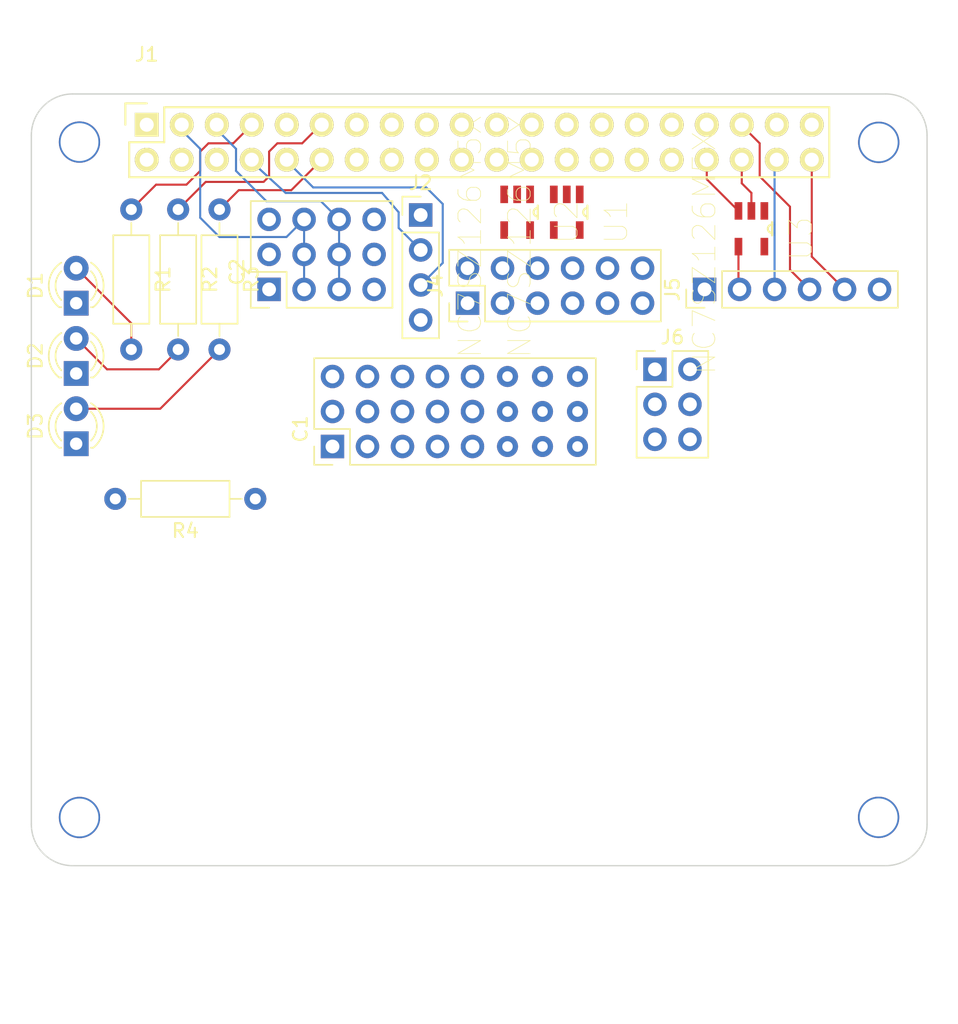
<source format=kicad_pcb>
(kicad_pcb (version 4) (host pcbnew 4.0.7)

  (general
    (links 96)
    (no_connects 56)
    (area 76.197143 54 145.882858 128.300001)
    (thickness 1.6)
    (drawings 52)
    (tracks 75)
    (zones 0)
    (modules 21)
    (nets 36)
  )

  (page A4)
  (layers
    (0 F.Cu signal)
    (31 B.Cu signal)
    (33 F.Adhes user)
    (35 F.Paste user)
    (37 F.SilkS user)
    (39 F.Mask user)
    (40 Dwgs.User user)
    (41 Cmts.User user)
    (42 Eco1.User user)
    (43 Eco2.User user)
    (44 Edge.Cuts user)
    (45 Margin user)
    (47 F.CrtYd user)
    (49 F.Fab user)
  )

  (setup
    (last_trace_width 0.15)
    (user_trace_width 0.15)
    (user_trace_width 0.2)
    (user_trace_width 0.25)
    (user_trace_width 0.4)
    (user_trace_width 0.5)
    (user_trace_width 0.6)
    (user_trace_width 1)
    (user_trace_width 2)
    (trace_clearance 0.2)
    (zone_clearance 0.2)
    (zone_45_only yes)
    (trace_min 0.15)
    (segment_width 0.15)
    (edge_width 0.15)
    (via_size 0.4)
    (via_drill 0.2)
    (via_min_size 0.4)
    (via_min_drill 0.2)
    (uvia_size 0.3)
    (uvia_drill 0.1)
    (uvias_allowed no)
    (uvia_min_size 0.2)
    (uvia_min_drill 0.1)
    (pcb_text_width 0.3)
    (pcb_text_size 1.5 1.5)
    (mod_edge_width 0.15)
    (mod_text_size 1 1)
    (mod_text_width 0.15)
    (pad_size 1.524 1.524)
    (pad_drill 0.762)
    (pad_to_mask_clearance 0.2)
    (aux_axis_origin 0 0)
    (visible_elements 7FFEFE3F)
    (pcbplotparams
      (layerselection 0x010f8_80000007)
      (usegerberextensions false)
      (excludeedgelayer false)
      (linewidth 0.100000)
      (plotframeref false)
      (viasonmask false)
      (mode 1)
      (useauxorigin false)
      (hpglpennumber 1)
      (hpglpenspeed 20)
      (hpglpendiameter 15)
      (hpglpenoverlay 2)
      (psnegative false)
      (psa4output false)
      (plotreference true)
      (plotvalue false)
      (plotinvisibletext false)
      (padsonsilk true)
      (subtractmaskfromsilk false)
      (outputformat 1)
      (mirror false)
      (drillshape 0)
      (scaleselection 1)
      (outputdirectory prod))
  )

  (net 0 "")
  (net 1 GND)
  (net 2 +3V3)
  (net 3 /GPIO_27)
  (net 4 /GPIO_22)
  (net 5 /GPIO_23)
  (net 6 /GPIO_24)
  (net 7 /GPIO_25)
  (net 8 "Net-(D1-Pad2)")
  (net 9 "Net-(D2-Pad2)")
  (net 10 "Net-(D3-Pad2)")
  (net 11 +5V)
  (net 12 /I2C_SDA)
  (net 13 /I2C_SCL)
  (net 14 /UART_TX)
  (net 15 /UART_RX)
  (net 16 /SPI0_MOSI)
  (net 17 /SPI0_MISO)
  (net 18 /SPI0_CLK)
  (net 19 /SPI0_SS0)
  (net 20 /SPI0_SS1)
  (net 21 /GPIO_12_PWM0)
  (net 22 /GPIO_13_PWM1)
  (net 23 /SPI1_MISO)
  (net 24 /SPI1_SS2)
  (net 25 /SPI1_MOSI)
  (net 26 /SPI1_CLK)
  (net 27 "Net-(J4-Pad3)")
  (net 28 "Net-(J4-Pad4)")
  (net 29 "Net-(J5-Pad2)")
  (net 30 /GPIO_5)
  (net 31 /GPIO_6)
  (net 32 /GPIO_26)
  (net 33 "Net-(J1-Pad7)")
  (net 34 "Net-(J1-Pad11)")
  (net 35 "Net-(J1-Pad12)")

  (net_class Default "This is the default net class."
    (clearance 0.2)
    (trace_width 0.15)
    (via_dia 0.4)
    (via_drill 0.2)
    (uvia_dia 0.3)
    (uvia_drill 0.1)
    (add_net +3V3)
    (add_net +5V)
    (add_net /GPIO_12_PWM0)
    (add_net /GPIO_13_PWM1)
    (add_net /GPIO_22)
    (add_net /GPIO_23)
    (add_net /GPIO_24)
    (add_net /GPIO_25)
    (add_net /GPIO_26)
    (add_net /GPIO_27)
    (add_net /GPIO_5)
    (add_net /GPIO_6)
    (add_net /I2C_SCL)
    (add_net /I2C_SDA)
    (add_net /SPI0_CLK)
    (add_net /SPI0_MISO)
    (add_net /SPI0_MOSI)
    (add_net /SPI0_SS0)
    (add_net /SPI0_SS1)
    (add_net /SPI1_CLK)
    (add_net /SPI1_MISO)
    (add_net /SPI1_MOSI)
    (add_net /SPI1_SS2)
    (add_net /UART_RX)
    (add_net /UART_TX)
    (add_net GND)
    (add_net "Net-(D1-Pad2)")
    (add_net "Net-(D2-Pad2)")
    (add_net "Net-(D3-Pad2)")
    (add_net "Net-(J1-Pad11)")
    (add_net "Net-(J1-Pad12)")
    (add_net "Net-(J1-Pad7)")
    (add_net "Net-(J4-Pad3)")
    (add_net "Net-(J4-Pad4)")
    (add_net "Net-(J5-Pad2)")
  )

  (module MiAM:Pin_Header_Straight_3x08_Pitch2.54mm (layer F.Cu) (tedit 5B827AF4) (tstamp 5B827D6D)
    (at 100.4 86.4 90)
    (descr "Through hole straight pin header, 2x08, 2.54mm pitch, double rows")
    (tags "Through hole pin header THT 2x08 2.54mm double row")
    (path /5B828519)
    (fp_text reference C1 (at 1.27 -2.33 90) (layer F.SilkS)
      (effects (font (size 1 1) (thickness 0.15)))
    )
    (fp_text value Conn_03x08 (at 1.27 20.11 90) (layer F.Fab)
      (effects (font (size 1 1) (thickness 0.15)))
    )
    (fp_line (start 0 -1.27) (end 6.35 -1.27) (layer F.Fab) (width 0.1))
    (fp_line (start 6.35 -1.27) (end 6.35 19.05) (layer F.Fab) (width 0.1))
    (fp_line (start 6.35 19.05) (end -1.27 19.05) (layer F.Fab) (width 0.1))
    (fp_line (start -1.27 19.05) (end -1.27 0) (layer F.Fab) (width 0.1))
    (fp_line (start -1.27 0) (end 0 -1.27) (layer F.Fab) (width 0.1))
    (fp_line (start -1.33 19.11) (end 6.35 19.11) (layer F.SilkS) (width 0.12))
    (fp_line (start -1.33 1.27) (end -1.33 19.11) (layer F.SilkS) (width 0.12))
    (fp_line (start 6.41 -1.33) (end 6.41 19.11) (layer F.SilkS) (width 0.12))
    (fp_line (start -1.33 1.27) (end 1.27 1.27) (layer F.SilkS) (width 0.12))
    (fp_line (start 1.27 1.27) (end 1.27 -1.33) (layer F.SilkS) (width 0.12))
    (fp_line (start 1.27 -1.33) (end 6.41 -1.33) (layer F.SilkS) (width 0.12))
    (fp_line (start -1.33 0) (end -1.33 -1.33) (layer F.SilkS) (width 0.12))
    (fp_line (start -1.33 -1.33) (end 0 -1.33) (layer F.SilkS) (width 0.12))
    (fp_line (start -1.8 -1.8) (end -1.8 19.55) (layer F.CrtYd) (width 0.05))
    (fp_line (start -1.8 19.55) (end 4.35 19.55) (layer F.CrtYd) (width 0.05))
    (fp_line (start 4.35 19.55) (end 4.35 -1.8) (layer F.CrtYd) (width 0.05))
    (fp_line (start 4.35 -1.8) (end -1.8 -1.8) (layer F.CrtYd) (width 0.05))
    (fp_text user %R (at 1.27 8.89 180) (layer F.Fab)
      (effects (font (size 1 1) (thickness 0.15)))
    )
    (pad 1 thru_hole rect (at 0 0 90) (size 1.7 1.7) (drill 1) (layers *.Cu *.Mask)
      (net 1 GND))
    (pad 2 thru_hole oval (at 2.54 0 90) (size 1.7 1.7) (drill 1) (layers *.Cu *.Mask)
      (net 2 +3V3))
    (pad 3 thru_hole oval (at 5.08 0 90) (size 1.7 1.7) (drill 1) (layers *.Cu *.Mask)
      (net 3 /GPIO_27))
    (pad 4 thru_hole oval (at 0 2.54 90) (size 1.7 1.7) (drill 1) (layers *.Cu *.Mask)
      (net 1 GND))
    (pad 5 thru_hole oval (at 2.54 2.54 90) (size 1.7 1.7) (drill 1) (layers *.Cu *.Mask)
      (net 2 +3V3))
    (pad 6 thru_hole oval (at 5.08 2.54 90) (size 1.7 1.7) (drill 1) (layers *.Cu *.Mask)
      (net 4 /GPIO_22))
    (pad 7 thru_hole oval (at 0 5.08 90) (size 1.7 1.7) (drill 1) (layers *.Cu *.Mask)
      (net 1 GND))
    (pad 8 thru_hole oval (at 2.54 5.08 90) (size 1.7 1.7) (drill 1) (layers *.Cu *.Mask)
      (net 2 +3V3))
    (pad 9 thru_hole oval (at 5.08 5.08 90) (size 1.7 1.7) (drill 1) (layers *.Cu *.Mask)
      (net 5 /GPIO_23))
    (pad 10 thru_hole oval (at 0 7.62 90) (size 1.7 1.7) (drill 1) (layers *.Cu *.Mask)
      (net 1 GND))
    (pad 11 thru_hole oval (at 2.54 7.62 90) (size 1.7 1.7) (drill 1) (layers *.Cu *.Mask)
      (net 2 +3V3))
    (pad 12 thru_hole oval (at 5.08 7.62 90) (size 1.7 1.7) (drill 1) (layers *.Cu *.Mask)
      (net 6 /GPIO_24))
    (pad 13 thru_hole oval (at 0 10.16 90) (size 1.7 1.7) (drill 1) (layers *.Cu *.Mask)
      (net 1 GND))
    (pad 14 thru_hole oval (at 2.54 10.16 90) (size 1.7 1.7) (drill 1) (layers *.Cu *.Mask)
      (net 2 +3V3))
    (pad 15 thru_hole oval (at 5.08 10.16 90) (size 1.7 1.7) (drill 1) (layers *.Cu *.Mask)
      (net 7 /GPIO_25))
    (pad 16 thru_hole circle (at 0 12.7 90) (size 1.524 1.524) (drill 0.762) (layers *.Cu *.Mask)
      (net 1 GND))
    (pad 17 thru_hole circle (at 2.54 12.7 90) (size 1.524 1.524) (drill 0.762) (layers *.Cu *.Mask)
      (net 2 +3V3))
    (pad 18 thru_hole circle (at 5.08 12.7 90) (size 1.524 1.524) (drill 0.762) (layers *.Cu *.Mask)
      (net 30 /GPIO_5))
    (pad 19 thru_hole circle (at 0 15.24 90) (size 1.524 1.524) (drill 0.762) (layers *.Cu *.Mask)
      (net 1 GND))
    (pad 20 thru_hole circle (at 2.54 15.24 90) (size 1.524 1.524) (drill 0.762) (layers *.Cu *.Mask)
      (net 2 +3V3))
    (pad 21 thru_hole circle (at 5.08 15.24 90) (size 1.524 1.524) (drill 0.762) (layers *.Cu *.Mask)
      (net 31 /GPIO_6))
    (pad 22 thru_hole circle (at 0 17.78 90) (size 1.524 1.524) (drill 0.762) (layers *.Cu *.Mask)
      (net 1 GND))
    (pad 23 thru_hole circle (at 2.54 17.78 90) (size 1.524 1.524) (drill 0.762) (layers *.Cu *.Mask)
      (net 2 +3V3))
    (pad 24 thru_hole circle (at 5.08 17.78 90) (size 1.524 1.524) (drill 0.762) (layers *.Cu *.Mask)
      (net 32 /GPIO_26))
    (model ${KISYS3DMOD}/Pin_Headers.3dshapes/Pin_Header_Straight_2x08_Pitch2.54mm.wrl
      (at (xyz 0 0 0))
      (scale (xyz 1 1 1))
      (rotate (xyz 0 0 0))
    )
  )

  (module LEDs:LED_D3.0mm (layer F.Cu) (tedit 587A3A7B) (tstamp 5B827D73)
    (at 81.8 76 90)
    (descr "LED, diameter 3.0mm, 2 pins")
    (tags "LED diameter 3.0mm 2 pins")
    (path /5B827AE2)
    (fp_text reference D1 (at 1.27 -2.96 90) (layer F.SilkS)
      (effects (font (size 1 1) (thickness 0.15)))
    )
    (fp_text value LED (at 1.27 2.96 90) (layer F.Fab)
      (effects (font (size 1 1) (thickness 0.15)))
    )
    (fp_arc (start 1.27 0) (end -0.23 -1.16619) (angle 284.3) (layer F.Fab) (width 0.1))
    (fp_arc (start 1.27 0) (end -0.29 -1.235516) (angle 108.8) (layer F.SilkS) (width 0.12))
    (fp_arc (start 1.27 0) (end -0.29 1.235516) (angle -108.8) (layer F.SilkS) (width 0.12))
    (fp_arc (start 1.27 0) (end 0.229039 -1.08) (angle 87.9) (layer F.SilkS) (width 0.12))
    (fp_arc (start 1.27 0) (end 0.229039 1.08) (angle -87.9) (layer F.SilkS) (width 0.12))
    (fp_circle (center 1.27 0) (end 2.77 0) (layer F.Fab) (width 0.1))
    (fp_line (start -0.23 -1.16619) (end -0.23 1.16619) (layer F.Fab) (width 0.1))
    (fp_line (start -0.29 -1.236) (end -0.29 -1.08) (layer F.SilkS) (width 0.12))
    (fp_line (start -0.29 1.08) (end -0.29 1.236) (layer F.SilkS) (width 0.12))
    (fp_line (start -1.15 -2.25) (end -1.15 2.25) (layer F.CrtYd) (width 0.05))
    (fp_line (start -1.15 2.25) (end 3.7 2.25) (layer F.CrtYd) (width 0.05))
    (fp_line (start 3.7 2.25) (end 3.7 -2.25) (layer F.CrtYd) (width 0.05))
    (fp_line (start 3.7 -2.25) (end -1.15 -2.25) (layer F.CrtYd) (width 0.05))
    (pad 1 thru_hole rect (at 0 0 90) (size 1.8 1.8) (drill 0.9) (layers *.Cu *.Mask)
      (net 1 GND))
    (pad 2 thru_hole circle (at 2.54 0 90) (size 1.8 1.8) (drill 0.9) (layers *.Cu *.Mask)
      (net 8 "Net-(D1-Pad2)"))
    (model ${KISYS3DMOD}/LEDs.3dshapes/LED_D3.0mm.wrl
      (at (xyz 0 0 0))
      (scale (xyz 0.393701 0.393701 0.393701))
      (rotate (xyz 0 0 0))
    )
  )

  (module LEDs:LED_D3.0mm (layer F.Cu) (tedit 587A3A7B) (tstamp 5B827D79)
    (at 81.8 81.1 90)
    (descr "LED, diameter 3.0mm, 2 pins")
    (tags "LED diameter 3.0mm 2 pins")
    (path /5B827BCB)
    (fp_text reference D2 (at 1.27 -2.96 90) (layer F.SilkS)
      (effects (font (size 1 1) (thickness 0.15)))
    )
    (fp_text value LED (at 1.27 2.96 90) (layer F.Fab)
      (effects (font (size 1 1) (thickness 0.15)))
    )
    (fp_arc (start 1.27 0) (end -0.23 -1.16619) (angle 284.3) (layer F.Fab) (width 0.1))
    (fp_arc (start 1.27 0) (end -0.29 -1.235516) (angle 108.8) (layer F.SilkS) (width 0.12))
    (fp_arc (start 1.27 0) (end -0.29 1.235516) (angle -108.8) (layer F.SilkS) (width 0.12))
    (fp_arc (start 1.27 0) (end 0.229039 -1.08) (angle 87.9) (layer F.SilkS) (width 0.12))
    (fp_arc (start 1.27 0) (end 0.229039 1.08) (angle -87.9) (layer F.SilkS) (width 0.12))
    (fp_circle (center 1.27 0) (end 2.77 0) (layer F.Fab) (width 0.1))
    (fp_line (start -0.23 -1.16619) (end -0.23 1.16619) (layer F.Fab) (width 0.1))
    (fp_line (start -0.29 -1.236) (end -0.29 -1.08) (layer F.SilkS) (width 0.12))
    (fp_line (start -0.29 1.08) (end -0.29 1.236) (layer F.SilkS) (width 0.12))
    (fp_line (start -1.15 -2.25) (end -1.15 2.25) (layer F.CrtYd) (width 0.05))
    (fp_line (start -1.15 2.25) (end 3.7 2.25) (layer F.CrtYd) (width 0.05))
    (fp_line (start 3.7 2.25) (end 3.7 -2.25) (layer F.CrtYd) (width 0.05))
    (fp_line (start 3.7 -2.25) (end -1.15 -2.25) (layer F.CrtYd) (width 0.05))
    (pad 1 thru_hole rect (at 0 0 90) (size 1.8 1.8) (drill 0.9) (layers *.Cu *.Mask)
      (net 1 GND))
    (pad 2 thru_hole circle (at 2.54 0 90) (size 1.8 1.8) (drill 0.9) (layers *.Cu *.Mask)
      (net 9 "Net-(D2-Pad2)"))
    (model ${KISYS3DMOD}/LEDs.3dshapes/LED_D3.0mm.wrl
      (at (xyz 0 0 0))
      (scale (xyz 0.393701 0.393701 0.393701))
      (rotate (xyz 0 0 0))
    )
  )

  (module LEDs:LED_D3.0mm (layer F.Cu) (tedit 587A3A7B) (tstamp 5B827D7F)
    (at 81.8 86.2 90)
    (descr "LED, diameter 3.0mm, 2 pins")
    (tags "LED diameter 3.0mm 2 pins")
    (path /5B8284BC)
    (fp_text reference D3 (at 1.27 -2.96 90) (layer F.SilkS)
      (effects (font (size 1 1) (thickness 0.15)))
    )
    (fp_text value LED (at 1.27 2.96 90) (layer F.Fab)
      (effects (font (size 1 1) (thickness 0.15)))
    )
    (fp_arc (start 1.27 0) (end -0.23 -1.16619) (angle 284.3) (layer F.Fab) (width 0.1))
    (fp_arc (start 1.27 0) (end -0.29 -1.235516) (angle 108.8) (layer F.SilkS) (width 0.12))
    (fp_arc (start 1.27 0) (end -0.29 1.235516) (angle -108.8) (layer F.SilkS) (width 0.12))
    (fp_arc (start 1.27 0) (end 0.229039 -1.08) (angle 87.9) (layer F.SilkS) (width 0.12))
    (fp_arc (start 1.27 0) (end 0.229039 1.08) (angle -87.9) (layer F.SilkS) (width 0.12))
    (fp_circle (center 1.27 0) (end 2.77 0) (layer F.Fab) (width 0.1))
    (fp_line (start -0.23 -1.16619) (end -0.23 1.16619) (layer F.Fab) (width 0.1))
    (fp_line (start -0.29 -1.236) (end -0.29 -1.08) (layer F.SilkS) (width 0.12))
    (fp_line (start -0.29 1.08) (end -0.29 1.236) (layer F.SilkS) (width 0.12))
    (fp_line (start -1.15 -2.25) (end -1.15 2.25) (layer F.CrtYd) (width 0.05))
    (fp_line (start -1.15 2.25) (end 3.7 2.25) (layer F.CrtYd) (width 0.05))
    (fp_line (start 3.7 2.25) (end 3.7 -2.25) (layer F.CrtYd) (width 0.05))
    (fp_line (start 3.7 -2.25) (end -1.15 -2.25) (layer F.CrtYd) (width 0.05))
    (pad 1 thru_hole rect (at 0 0 90) (size 1.8 1.8) (drill 0.9) (layers *.Cu *.Mask)
      (net 1 GND))
    (pad 2 thru_hole circle (at 2.54 0 90) (size 1.8 1.8) (drill 0.9) (layers *.Cu *.Mask)
      (net 10 "Net-(D3-Pad2)"))
    (model ${KISYS3DMOD}/LEDs.3dshapes/LED_D3.0mm.wrl
      (at (xyz 0 0 0))
      (scale (xyz 0.393701 0.393701 0.393701))
      (rotate (xyz 0 0 0))
    )
  )

  (module MiAM:Socket_Strip_Straight_2x20 locked (layer F.Cu) (tedit 0) (tstamp 5B827DAB)
    (at 86.92 63.05)
    (descr "Through hole socket strip")
    (tags "socket strip")
    (path /5B827AC5)
    (fp_text reference J1 (at 0 -5.1) (layer F.SilkS)
      (effects (font (size 1 1) (thickness 0.15)))
    )
    (fp_text value PI40HAT (at 0 -3.1) (layer F.Fab)
      (effects (font (size 1 1) (thickness 0.15)))
    )
    (fp_line (start -1.75 -1.75) (end -1.75 4.3) (layer F.CrtYd) (width 0.05))
    (fp_line (start 50.05 -1.75) (end 50.05 4.3) (layer F.CrtYd) (width 0.05))
    (fp_line (start -1.75 -1.75) (end 50.05 -1.75) (layer F.CrtYd) (width 0.05))
    (fp_line (start -1.75 4.3) (end 50.05 4.3) (layer F.CrtYd) (width 0.05))
    (fp_line (start 49.53 3.81) (end -1.27 3.81) (layer F.SilkS) (width 0.15))
    (fp_line (start 1.27 -1.27) (end 49.53 -1.27) (layer F.SilkS) (width 0.15))
    (fp_line (start 49.53 3.81) (end 49.53 -1.27) (layer F.SilkS) (width 0.15))
    (fp_line (start -1.27 3.81) (end -1.27 1.27) (layer F.SilkS) (width 0.15))
    (fp_line (start 0 -1.55) (end -1.55 -1.55) (layer F.SilkS) (width 0.15))
    (fp_line (start -1.27 1.27) (end 1.27 1.27) (layer F.SilkS) (width 0.15))
    (fp_line (start 1.27 1.27) (end 1.27 -1.27) (layer F.SilkS) (width 0.15))
    (fp_line (start -1.55 -1.55) (end -1.55 0) (layer F.SilkS) (width 0.15))
    (pad 1 thru_hole rect (at 0 0) (size 1.7272 1.7272) (drill 1.016) (layers *.Cu *.Mask F.SilkS)
      (net 2 +3V3))
    (pad 2 thru_hole oval (at 0 2.54) (size 1.7272 1.7272) (drill 1.016) (layers *.Cu *.Mask F.SilkS)
      (net 11 +5V))
    (pad 3 thru_hole oval (at 2.54 0) (size 1.7272 1.7272) (drill 1.016) (layers *.Cu *.Mask F.SilkS)
      (net 12 /I2C_SDA))
    (pad 4 thru_hole oval (at 2.54 2.54) (size 1.7272 1.7272) (drill 1.016) (layers *.Cu *.Mask F.SilkS)
      (net 11 +5V))
    (pad 5 thru_hole oval (at 5.08 0) (size 1.7272 1.7272) (drill 1.016) (layers *.Cu *.Mask F.SilkS)
      (net 13 /I2C_SCL))
    (pad 6 thru_hole oval (at 5.08 2.54) (size 1.7272 1.7272) (drill 1.016) (layers *.Cu *.Mask F.SilkS)
      (net 1 GND))
    (pad 7 thru_hole oval (at 7.62 0) (size 1.7272 1.7272) (drill 1.016) (layers *.Cu *.Mask F.SilkS)
      (net 33 "Net-(J1-Pad7)"))
    (pad 8 thru_hole oval (at 7.62 2.54) (size 1.7272 1.7272) (drill 1.016) (layers *.Cu *.Mask F.SilkS)
      (net 14 /UART_TX))
    (pad 9 thru_hole oval (at 10.16 0) (size 1.7272 1.7272) (drill 1.016) (layers *.Cu *.Mask F.SilkS)
      (net 1 GND))
    (pad 10 thru_hole oval (at 10.16 2.54) (size 1.7272 1.7272) (drill 1.016) (layers *.Cu *.Mask F.SilkS)
      (net 15 /UART_RX))
    (pad 11 thru_hole oval (at 12.7 0) (size 1.7272 1.7272) (drill 1.016) (layers *.Cu *.Mask F.SilkS)
      (net 34 "Net-(J1-Pad11)"))
    (pad 12 thru_hole oval (at 12.7 2.54) (size 1.7272 1.7272) (drill 1.016) (layers *.Cu *.Mask F.SilkS)
      (net 35 "Net-(J1-Pad12)"))
    (pad 13 thru_hole oval (at 15.24 0) (size 1.7272 1.7272) (drill 1.016) (layers *.Cu *.Mask F.SilkS)
      (net 3 /GPIO_27))
    (pad 14 thru_hole oval (at 15.24 2.54) (size 1.7272 1.7272) (drill 1.016) (layers *.Cu *.Mask F.SilkS)
      (net 1 GND))
    (pad 15 thru_hole oval (at 17.78 0) (size 1.7272 1.7272) (drill 1.016) (layers *.Cu *.Mask F.SilkS)
      (net 4 /GPIO_22))
    (pad 16 thru_hole oval (at 17.78 2.54) (size 1.7272 1.7272) (drill 1.016) (layers *.Cu *.Mask F.SilkS)
      (net 5 /GPIO_23))
    (pad 17 thru_hole oval (at 20.32 0) (size 1.7272 1.7272) (drill 1.016) (layers *.Cu *.Mask F.SilkS)
      (net 2 +3V3))
    (pad 18 thru_hole oval (at 20.32 2.54) (size 1.7272 1.7272) (drill 1.016) (layers *.Cu *.Mask F.SilkS)
      (net 6 /GPIO_24))
    (pad 19 thru_hole oval (at 22.86 0) (size 1.7272 1.7272) (drill 1.016) (layers *.Cu *.Mask F.SilkS)
      (net 16 /SPI0_MOSI))
    (pad 20 thru_hole oval (at 22.86 2.54) (size 1.7272 1.7272) (drill 1.016) (layers *.Cu *.Mask F.SilkS)
      (net 1 GND))
    (pad 21 thru_hole oval (at 25.4 0) (size 1.7272 1.7272) (drill 1.016) (layers *.Cu *.Mask F.SilkS)
      (net 17 /SPI0_MISO))
    (pad 22 thru_hole oval (at 25.4 2.54) (size 1.7272 1.7272) (drill 1.016) (layers *.Cu *.Mask F.SilkS)
      (net 7 /GPIO_25))
    (pad 23 thru_hole oval (at 27.94 0) (size 1.7272 1.7272) (drill 1.016) (layers *.Cu *.Mask F.SilkS)
      (net 18 /SPI0_CLK))
    (pad 24 thru_hole oval (at 27.94 2.54) (size 1.7272 1.7272) (drill 1.016) (layers *.Cu *.Mask F.SilkS)
      (net 19 /SPI0_SS0))
    (pad 25 thru_hole oval (at 30.48 0) (size 1.7272 1.7272) (drill 1.016) (layers *.Cu *.Mask F.SilkS)
      (net 1 GND))
    (pad 26 thru_hole oval (at 30.48 2.54) (size 1.7272 1.7272) (drill 1.016) (layers *.Cu *.Mask F.SilkS)
      (net 20 /SPI0_SS1))
    (pad 27 thru_hole oval (at 33.02 0) (size 1.7272 1.7272) (drill 1.016) (layers *.Cu *.Mask F.SilkS))
    (pad 28 thru_hole oval (at 33.02 2.54) (size 1.7272 1.7272) (drill 1.016) (layers *.Cu *.Mask F.SilkS))
    (pad 29 thru_hole oval (at 35.56 0) (size 1.7272 1.7272) (drill 1.016) (layers *.Cu *.Mask F.SilkS)
      (net 30 /GPIO_5))
    (pad 30 thru_hole oval (at 35.56 2.54) (size 1.7272 1.7272) (drill 1.016) (layers *.Cu *.Mask F.SilkS)
      (net 1 GND))
    (pad 31 thru_hole oval (at 38.1 0) (size 1.7272 1.7272) (drill 1.016) (layers *.Cu *.Mask F.SilkS)
      (net 31 /GPIO_6))
    (pad 32 thru_hole oval (at 38.1 2.54) (size 1.7272 1.7272) (drill 1.016) (layers *.Cu *.Mask F.SilkS)
      (net 21 /GPIO_12_PWM0))
    (pad 33 thru_hole oval (at 40.64 0) (size 1.7272 1.7272) (drill 1.016) (layers *.Cu *.Mask F.SilkS)
      (net 22 /GPIO_13_PWM1))
    (pad 34 thru_hole oval (at 40.64 2.54) (size 1.7272 1.7272) (drill 1.016) (layers *.Cu *.Mask F.SilkS)
      (net 1 GND))
    (pad 35 thru_hole oval (at 43.18 0) (size 1.7272 1.7272) (drill 1.016) (layers *.Cu *.Mask F.SilkS)
      (net 23 /SPI1_MISO))
    (pad 36 thru_hole oval (at 43.18 2.54) (size 1.7272 1.7272) (drill 1.016) (layers *.Cu *.Mask F.SilkS)
      (net 24 /SPI1_SS2))
    (pad 37 thru_hole oval (at 45.72 0) (size 1.7272 1.7272) (drill 1.016) (layers *.Cu *.Mask F.SilkS)
      (net 32 /GPIO_26))
    (pad 38 thru_hole oval (at 45.72 2.54) (size 1.7272 1.7272) (drill 1.016) (layers *.Cu *.Mask F.SilkS)
      (net 25 /SPI1_MOSI))
    (pad 39 thru_hole oval (at 48.26 0) (size 1.7272 1.7272) (drill 1.016) (layers *.Cu *.Mask F.SilkS)
      (net 1 GND))
    (pad 40 thru_hole oval (at 48.26 2.54) (size 1.7272 1.7272) (drill 1.016) (layers *.Cu *.Mask F.SilkS)
      (net 26 /SPI1_CLK))
    (model Socket_Strips.3dshapes/Socket_Strip_Straight_2x20.wrl
      (at (xyz 0.95 -0.05 0))
      (scale (xyz 1 1 1))
      (rotate (xyz 0 0 180))
    )
  )

  (module Pin_Headers:Pin_Header_Straight_1x04_Pitch2.54mm (layer F.Cu) (tedit 59650532) (tstamp 5B827DB3)
    (at 106.8 69.6)
    (descr "Through hole straight pin header, 1x04, 2.54mm pitch, single row")
    (tags "Through hole pin header THT 1x04 2.54mm single row")
    (path /5B7F183D)
    (fp_text reference J2 (at 0 -2.33) (layer F.SilkS)
      (effects (font (size 1 1) (thickness 0.15)))
    )
    (fp_text value Conn_01x04 (at 0 9.95) (layer F.Fab)
      (effects (font (size 1 1) (thickness 0.15)))
    )
    (fp_line (start -0.635 -1.27) (end 1.27 -1.27) (layer F.Fab) (width 0.1))
    (fp_line (start 1.27 -1.27) (end 1.27 8.89) (layer F.Fab) (width 0.1))
    (fp_line (start 1.27 8.89) (end -1.27 8.89) (layer F.Fab) (width 0.1))
    (fp_line (start -1.27 8.89) (end -1.27 -0.635) (layer F.Fab) (width 0.1))
    (fp_line (start -1.27 -0.635) (end -0.635 -1.27) (layer F.Fab) (width 0.1))
    (fp_line (start -1.33 8.95) (end 1.33 8.95) (layer F.SilkS) (width 0.12))
    (fp_line (start -1.33 1.27) (end -1.33 8.95) (layer F.SilkS) (width 0.12))
    (fp_line (start 1.33 1.27) (end 1.33 8.95) (layer F.SilkS) (width 0.12))
    (fp_line (start -1.33 1.27) (end 1.33 1.27) (layer F.SilkS) (width 0.12))
    (fp_line (start -1.33 0) (end -1.33 -1.33) (layer F.SilkS) (width 0.12))
    (fp_line (start -1.33 -1.33) (end 0 -1.33) (layer F.SilkS) (width 0.12))
    (fp_line (start -1.8 -1.8) (end -1.8 9.4) (layer F.CrtYd) (width 0.05))
    (fp_line (start -1.8 9.4) (end 1.8 9.4) (layer F.CrtYd) (width 0.05))
    (fp_line (start 1.8 9.4) (end 1.8 -1.8) (layer F.CrtYd) (width 0.05))
    (fp_line (start 1.8 -1.8) (end -1.8 -1.8) (layer F.CrtYd) (width 0.05))
    (fp_text user %R (at 0 3.81 90) (layer F.Fab)
      (effects (font (size 1 1) (thickness 0.15)))
    )
    (pad 1 thru_hole rect (at 0 0) (size 1.7 1.7) (drill 1) (layers *.Cu *.Mask)
      (net 2 +3V3))
    (pad 2 thru_hole oval (at 0 2.54) (size 1.7 1.7) (drill 1) (layers *.Cu *.Mask)
      (net 14 /UART_TX))
    (pad 3 thru_hole oval (at 0 5.08) (size 1.7 1.7) (drill 1) (layers *.Cu *.Mask)
      (net 15 /UART_RX))
    (pad 4 thru_hole oval (at 0 7.62) (size 1.7 1.7) (drill 1) (layers *.Cu *.Mask)
      (net 1 GND))
    (model ${KISYS3DMOD}/Pin_Headers.3dshapes/Pin_Header_Straight_1x04_Pitch2.54mm.wrl
      (at (xyz 0 0 0))
      (scale (xyz 1 1 1))
      (rotate (xyz 0 0 0))
    )
  )

  (module Pin_Headers:Pin_Header_Straight_1x06_Pitch2.54mm (layer F.Cu) (tedit 59650532) (tstamp 5B827DC7)
    (at 127.4 75 90)
    (descr "Through hole straight pin header, 1x06, 2.54mm pitch, single row")
    (tags "Through hole pin header THT 1x06 2.54mm single row")
    (path /5B826906)
    (fp_text reference J5 (at 0 -2.33 90) (layer F.SilkS)
      (effects (font (size 1 1) (thickness 0.15)))
    )
    (fp_text value Conn_01x06 (at 0 15.03 90) (layer F.Fab)
      (effects (font (size 1 1) (thickness 0.15)))
    )
    (fp_line (start -0.635 -1.27) (end 1.27 -1.27) (layer F.Fab) (width 0.1))
    (fp_line (start 1.27 -1.27) (end 1.27 13.97) (layer F.Fab) (width 0.1))
    (fp_line (start 1.27 13.97) (end -1.27 13.97) (layer F.Fab) (width 0.1))
    (fp_line (start -1.27 13.97) (end -1.27 -0.635) (layer F.Fab) (width 0.1))
    (fp_line (start -1.27 -0.635) (end -0.635 -1.27) (layer F.Fab) (width 0.1))
    (fp_line (start -1.33 14.03) (end 1.33 14.03) (layer F.SilkS) (width 0.12))
    (fp_line (start -1.33 1.27) (end -1.33 14.03) (layer F.SilkS) (width 0.12))
    (fp_line (start 1.33 1.27) (end 1.33 14.03) (layer F.SilkS) (width 0.12))
    (fp_line (start -1.33 1.27) (end 1.33 1.27) (layer F.SilkS) (width 0.12))
    (fp_line (start -1.33 0) (end -1.33 -1.33) (layer F.SilkS) (width 0.12))
    (fp_line (start -1.33 -1.33) (end 0 -1.33) (layer F.SilkS) (width 0.12))
    (fp_line (start -1.8 -1.8) (end -1.8 14.5) (layer F.CrtYd) (width 0.05))
    (fp_line (start -1.8 14.5) (end 1.8 14.5) (layer F.CrtYd) (width 0.05))
    (fp_line (start 1.8 14.5) (end 1.8 -1.8) (layer F.CrtYd) (width 0.05))
    (fp_line (start 1.8 -1.8) (end -1.8 -1.8) (layer F.CrtYd) (width 0.05))
    (fp_text user %R (at 0 6.35 180) (layer F.Fab)
      (effects (font (size 1 1) (thickness 0.15)))
    )
    (pad 1 thru_hole rect (at 0 0 90) (size 1.7 1.7) (drill 1) (layers *.Cu *.Mask)
      (net 2 +3V3))
    (pad 2 thru_hole oval (at 0 2.54 90) (size 1.7 1.7) (drill 1) (layers *.Cu *.Mask)
      (net 29 "Net-(J5-Pad2)"))
    (pad 3 thru_hole oval (at 0 5.08 90) (size 1.7 1.7) (drill 1) (layers *.Cu *.Mask)
      (net 25 /SPI1_MOSI))
    (pad 4 thru_hole oval (at 0 7.62 90) (size 1.7 1.7) (drill 1) (layers *.Cu *.Mask)
      (net 23 /SPI1_MISO))
    (pad 5 thru_hole oval (at 0 10.16 90) (size 1.7 1.7) (drill 1) (layers *.Cu *.Mask)
      (net 26 /SPI1_CLK))
    (pad 6 thru_hole oval (at 0 12.7 90) (size 1.7 1.7) (drill 1) (layers *.Cu *.Mask)
      (net 1 GND))
    (model ${KISYS3DMOD}/Pin_Headers.3dshapes/Pin_Header_Straight_1x06_Pitch2.54mm.wrl
      (at (xyz 0 0 0))
      (scale (xyz 1 1 1))
      (rotate (xyz 0 0 0))
    )
  )

  (module Resistors_THT:R_Axial_DIN0207_L6.3mm_D2.5mm_P10.16mm_Horizontal (layer F.Cu) (tedit 5874F706) (tstamp 5B827DD7)
    (at 85.8 69.2 270)
    (descr "Resistor, Axial_DIN0207 series, Axial, Horizontal, pin pitch=10.16mm, 0.25W = 1/4W, length*diameter=6.3*2.5mm^2, http://cdn-reichelt.de/documents/datenblatt/B400/1_4W%23YAG.pdf")
    (tags "Resistor Axial_DIN0207 series Axial Horizontal pin pitch 10.16mm 0.25W = 1/4W length 6.3mm diameter 2.5mm")
    (path /5B82797F)
    (fp_text reference R1 (at 5.08 -2.31 270) (layer F.SilkS)
      (effects (font (size 1 1) (thickness 0.15)))
    )
    (fp_text value 220 (at 5.08 2.31 270) (layer F.Fab)
      (effects (font (size 1 1) (thickness 0.15)))
    )
    (fp_line (start 1.93 -1.25) (end 1.93 1.25) (layer F.Fab) (width 0.1))
    (fp_line (start 1.93 1.25) (end 8.23 1.25) (layer F.Fab) (width 0.1))
    (fp_line (start 8.23 1.25) (end 8.23 -1.25) (layer F.Fab) (width 0.1))
    (fp_line (start 8.23 -1.25) (end 1.93 -1.25) (layer F.Fab) (width 0.1))
    (fp_line (start 0 0) (end 1.93 0) (layer F.Fab) (width 0.1))
    (fp_line (start 10.16 0) (end 8.23 0) (layer F.Fab) (width 0.1))
    (fp_line (start 1.87 -1.31) (end 1.87 1.31) (layer F.SilkS) (width 0.12))
    (fp_line (start 1.87 1.31) (end 8.29 1.31) (layer F.SilkS) (width 0.12))
    (fp_line (start 8.29 1.31) (end 8.29 -1.31) (layer F.SilkS) (width 0.12))
    (fp_line (start 8.29 -1.31) (end 1.87 -1.31) (layer F.SilkS) (width 0.12))
    (fp_line (start 0.98 0) (end 1.87 0) (layer F.SilkS) (width 0.12))
    (fp_line (start 9.18 0) (end 8.29 0) (layer F.SilkS) (width 0.12))
    (fp_line (start -1.05 -1.6) (end -1.05 1.6) (layer F.CrtYd) (width 0.05))
    (fp_line (start -1.05 1.6) (end 11.25 1.6) (layer F.CrtYd) (width 0.05))
    (fp_line (start 11.25 1.6) (end 11.25 -1.6) (layer F.CrtYd) (width 0.05))
    (fp_line (start 11.25 -1.6) (end -1.05 -1.6) (layer F.CrtYd) (width 0.05))
    (pad 1 thru_hole circle (at 0 0 270) (size 1.6 1.6) (drill 0.8) (layers *.Cu *.Mask)
      (net 33 "Net-(J1-Pad7)"))
    (pad 2 thru_hole oval (at 10.16 0 270) (size 1.6 1.6) (drill 0.8) (layers *.Cu *.Mask)
      (net 8 "Net-(D1-Pad2)"))
    (model ${KISYS3DMOD}/Resistors_THT.3dshapes/R_Axial_DIN0207_L6.3mm_D2.5mm_P10.16mm_Horizontal.wrl
      (at (xyz 0 0 0))
      (scale (xyz 0.393701 0.393701 0.393701))
      (rotate (xyz 0 0 0))
    )
  )

  (module Resistors_THT:R_Axial_DIN0207_L6.3mm_D2.5mm_P10.16mm_Horizontal (layer F.Cu) (tedit 5874F706) (tstamp 5B827DDD)
    (at 89.2 69.2 270)
    (descr "Resistor, Axial_DIN0207 series, Axial, Horizontal, pin pitch=10.16mm, 0.25W = 1/4W, length*diameter=6.3*2.5mm^2, http://cdn-reichelt.de/documents/datenblatt/B400/1_4W%23YAG.pdf")
    (tags "Resistor Axial_DIN0207 series Axial Horizontal pin pitch 10.16mm 0.25W = 1/4W length 6.3mm diameter 2.5mm")
    (path /5B827AA2)
    (fp_text reference R2 (at 5.08 -2.31 270) (layer F.SilkS)
      (effects (font (size 1 1) (thickness 0.15)))
    )
    (fp_text value 220 (at 5.08 2.31 270) (layer F.Fab)
      (effects (font (size 1 1) (thickness 0.15)))
    )
    (fp_line (start 1.93 -1.25) (end 1.93 1.25) (layer F.Fab) (width 0.1))
    (fp_line (start 1.93 1.25) (end 8.23 1.25) (layer F.Fab) (width 0.1))
    (fp_line (start 8.23 1.25) (end 8.23 -1.25) (layer F.Fab) (width 0.1))
    (fp_line (start 8.23 -1.25) (end 1.93 -1.25) (layer F.Fab) (width 0.1))
    (fp_line (start 0 0) (end 1.93 0) (layer F.Fab) (width 0.1))
    (fp_line (start 10.16 0) (end 8.23 0) (layer F.Fab) (width 0.1))
    (fp_line (start 1.87 -1.31) (end 1.87 1.31) (layer F.SilkS) (width 0.12))
    (fp_line (start 1.87 1.31) (end 8.29 1.31) (layer F.SilkS) (width 0.12))
    (fp_line (start 8.29 1.31) (end 8.29 -1.31) (layer F.SilkS) (width 0.12))
    (fp_line (start 8.29 -1.31) (end 1.87 -1.31) (layer F.SilkS) (width 0.12))
    (fp_line (start 0.98 0) (end 1.87 0) (layer F.SilkS) (width 0.12))
    (fp_line (start 9.18 0) (end 8.29 0) (layer F.SilkS) (width 0.12))
    (fp_line (start -1.05 -1.6) (end -1.05 1.6) (layer F.CrtYd) (width 0.05))
    (fp_line (start -1.05 1.6) (end 11.25 1.6) (layer F.CrtYd) (width 0.05))
    (fp_line (start 11.25 1.6) (end 11.25 -1.6) (layer F.CrtYd) (width 0.05))
    (fp_line (start 11.25 -1.6) (end -1.05 -1.6) (layer F.CrtYd) (width 0.05))
    (pad 1 thru_hole circle (at 0 0 270) (size 1.6 1.6) (drill 0.8) (layers *.Cu *.Mask)
      (net 34 "Net-(J1-Pad11)"))
    (pad 2 thru_hole oval (at 10.16 0 270) (size 1.6 1.6) (drill 0.8) (layers *.Cu *.Mask)
      (net 9 "Net-(D2-Pad2)"))
    (model ${KISYS3DMOD}/Resistors_THT.3dshapes/R_Axial_DIN0207_L6.3mm_D2.5mm_P10.16mm_Horizontal.wrl
      (at (xyz 0 0 0))
      (scale (xyz 0.393701 0.393701 0.393701))
      (rotate (xyz 0 0 0))
    )
  )

  (module Resistors_THT:R_Axial_DIN0207_L6.3mm_D2.5mm_P10.16mm_Horizontal (layer F.Cu) (tedit 5874F706) (tstamp 5B827DE3)
    (at 92.2 69.2 270)
    (descr "Resistor, Axial_DIN0207 series, Axial, Horizontal, pin pitch=10.16mm, 0.25W = 1/4W, length*diameter=6.3*2.5mm^2, http://cdn-reichelt.de/documents/datenblatt/B400/1_4W%23YAG.pdf")
    (tags "Resistor Axial_DIN0207 series Axial Horizontal pin pitch 10.16mm 0.25W = 1/4W length 6.3mm diameter 2.5mm")
    (path /5B8284B6)
    (fp_text reference R3 (at 5.08 -2.31 270) (layer F.SilkS)
      (effects (font (size 1 1) (thickness 0.15)))
    )
    (fp_text value 220 (at 5.08 2.31 270) (layer F.Fab)
      (effects (font (size 1 1) (thickness 0.15)))
    )
    (fp_line (start 1.93 -1.25) (end 1.93 1.25) (layer F.Fab) (width 0.1))
    (fp_line (start 1.93 1.25) (end 8.23 1.25) (layer F.Fab) (width 0.1))
    (fp_line (start 8.23 1.25) (end 8.23 -1.25) (layer F.Fab) (width 0.1))
    (fp_line (start 8.23 -1.25) (end 1.93 -1.25) (layer F.Fab) (width 0.1))
    (fp_line (start 0 0) (end 1.93 0) (layer F.Fab) (width 0.1))
    (fp_line (start 10.16 0) (end 8.23 0) (layer F.Fab) (width 0.1))
    (fp_line (start 1.87 -1.31) (end 1.87 1.31) (layer F.SilkS) (width 0.12))
    (fp_line (start 1.87 1.31) (end 8.29 1.31) (layer F.SilkS) (width 0.12))
    (fp_line (start 8.29 1.31) (end 8.29 -1.31) (layer F.SilkS) (width 0.12))
    (fp_line (start 8.29 -1.31) (end 1.87 -1.31) (layer F.SilkS) (width 0.12))
    (fp_line (start 0.98 0) (end 1.87 0) (layer F.SilkS) (width 0.12))
    (fp_line (start 9.18 0) (end 8.29 0) (layer F.SilkS) (width 0.12))
    (fp_line (start -1.05 -1.6) (end -1.05 1.6) (layer F.CrtYd) (width 0.05))
    (fp_line (start -1.05 1.6) (end 11.25 1.6) (layer F.CrtYd) (width 0.05))
    (fp_line (start 11.25 1.6) (end 11.25 -1.6) (layer F.CrtYd) (width 0.05))
    (fp_line (start 11.25 -1.6) (end -1.05 -1.6) (layer F.CrtYd) (width 0.05))
    (pad 1 thru_hole circle (at 0 0 270) (size 1.6 1.6) (drill 0.8) (layers *.Cu *.Mask)
      (net 35 "Net-(J1-Pad12)"))
    (pad 2 thru_hole oval (at 10.16 0 270) (size 1.6 1.6) (drill 0.8) (layers *.Cu *.Mask)
      (net 10 "Net-(D3-Pad2)"))
    (model ${KISYS3DMOD}/Resistors_THT.3dshapes/R_Axial_DIN0207_L6.3mm_D2.5mm_P10.16mm_Horizontal.wrl
      (at (xyz 0 0 0))
      (scale (xyz 0.393701 0.393701 0.393701))
      (rotate (xyz 0 0 0))
    )
  )

  (module Pin_Headers:Pin_Header_Straight_2x06_Pitch2.54mm (layer F.Cu) (tedit 59650532) (tstamp 5B82817F)
    (at 110.2 76 90)
    (descr "Through hole straight pin header, 2x06, 2.54mm pitch, double rows")
    (tags "Through hole pin header THT 2x06 2.54mm double row")
    (path /5B8282CF)
    (fp_text reference J4 (at 1.27 -2.33 90) (layer F.SilkS)
      (effects (font (size 1 1) (thickness 0.15)))
    )
    (fp_text value Conn_02x06_Odd_Even (at 1.27 15.03 90) (layer F.Fab)
      (effects (font (size 1 1) (thickness 0.15)))
    )
    (fp_line (start 0 -1.27) (end 3.81 -1.27) (layer F.Fab) (width 0.1))
    (fp_line (start 3.81 -1.27) (end 3.81 13.97) (layer F.Fab) (width 0.1))
    (fp_line (start 3.81 13.97) (end -1.27 13.97) (layer F.Fab) (width 0.1))
    (fp_line (start -1.27 13.97) (end -1.27 0) (layer F.Fab) (width 0.1))
    (fp_line (start -1.27 0) (end 0 -1.27) (layer F.Fab) (width 0.1))
    (fp_line (start -1.33 14.03) (end 3.87 14.03) (layer F.SilkS) (width 0.12))
    (fp_line (start -1.33 1.27) (end -1.33 14.03) (layer F.SilkS) (width 0.12))
    (fp_line (start 3.87 -1.33) (end 3.87 14.03) (layer F.SilkS) (width 0.12))
    (fp_line (start -1.33 1.27) (end 1.27 1.27) (layer F.SilkS) (width 0.12))
    (fp_line (start 1.27 1.27) (end 1.27 -1.33) (layer F.SilkS) (width 0.12))
    (fp_line (start 1.27 -1.33) (end 3.87 -1.33) (layer F.SilkS) (width 0.12))
    (fp_line (start -1.33 0) (end -1.33 -1.33) (layer F.SilkS) (width 0.12))
    (fp_line (start -1.33 -1.33) (end 0 -1.33) (layer F.SilkS) (width 0.12))
    (fp_line (start -1.8 -1.8) (end -1.8 14.5) (layer F.CrtYd) (width 0.05))
    (fp_line (start -1.8 14.5) (end 4.35 14.5) (layer F.CrtYd) (width 0.05))
    (fp_line (start 4.35 14.5) (end 4.35 -1.8) (layer F.CrtYd) (width 0.05))
    (fp_line (start 4.35 -1.8) (end -1.8 -1.8) (layer F.CrtYd) (width 0.05))
    (fp_text user %R (at 1.27 6.35 180) (layer F.Fab)
      (effects (font (size 1 1) (thickness 0.15)))
    )
    (pad 1 thru_hole rect (at 0 0 90) (size 1.7 1.7) (drill 1) (layers *.Cu *.Mask)
      (net 2 +3V3))
    (pad 2 thru_hole oval (at 2.54 0 90) (size 1.7 1.7) (drill 1) (layers *.Cu *.Mask)
      (net 2 +3V3))
    (pad 3 thru_hole oval (at 0 2.54 90) (size 1.7 1.7) (drill 1) (layers *.Cu *.Mask)
      (net 27 "Net-(J4-Pad3)"))
    (pad 4 thru_hole oval (at 2.54 2.54 90) (size 1.7 1.7) (drill 1) (layers *.Cu *.Mask)
      (net 28 "Net-(J4-Pad4)"))
    (pad 5 thru_hole oval (at 0 5.08 90) (size 1.7 1.7) (drill 1) (layers *.Cu *.Mask)
      (net 16 /SPI0_MOSI))
    (pad 6 thru_hole oval (at 2.54 5.08 90) (size 1.7 1.7) (drill 1) (layers *.Cu *.Mask)
      (net 16 /SPI0_MOSI))
    (pad 7 thru_hole oval (at 0 7.62 90) (size 1.7 1.7) (drill 1) (layers *.Cu *.Mask)
      (net 17 /SPI0_MISO))
    (pad 8 thru_hole oval (at 2.54 7.62 90) (size 1.7 1.7) (drill 1) (layers *.Cu *.Mask)
      (net 17 /SPI0_MISO))
    (pad 9 thru_hole oval (at 0 10.16 90) (size 1.7 1.7) (drill 1) (layers *.Cu *.Mask)
      (net 18 /SPI0_CLK))
    (pad 10 thru_hole oval (at 2.54 10.16 90) (size 1.7 1.7) (drill 1) (layers *.Cu *.Mask)
      (net 18 /SPI0_CLK))
    (pad 11 thru_hole oval (at 0 12.7 90) (size 1.7 1.7) (drill 1) (layers *.Cu *.Mask)
      (net 1 GND))
    (pad 12 thru_hole oval (at 2.54 12.7 90) (size 1.7 1.7) (drill 1) (layers *.Cu *.Mask)
      (net 1 GND))
    (model ${KISYS3DMOD}/Pin_Headers.3dshapes/Pin_Header_Straight_2x06_Pitch2.54mm.wrl
      (at (xyz 0 0 0))
      (scale (xyz 1 1 1))
      (rotate (xyz 0 0 0))
    )
  )

  (module Pin_Headers:Pin_Header_Straight_2x03_Pitch2.54mm (layer F.Cu) (tedit 59650532) (tstamp 5B82833F)
    (at 123.8 80.8)
    (descr "Through hole straight pin header, 2x03, 2.54mm pitch, double rows")
    (tags "Through hole pin header THT 2x03 2.54mm double row")
    (path /5B829064)
    (fp_text reference J6 (at 1.27 -2.33) (layer F.SilkS)
      (effects (font (size 1 1) (thickness 0.15)))
    )
    (fp_text value Conn_02x03_Odd_Even (at 1.27 7.41) (layer F.Fab)
      (effects (font (size 1 1) (thickness 0.15)))
    )
    (fp_line (start 0 -1.27) (end 3.81 -1.27) (layer F.Fab) (width 0.1))
    (fp_line (start 3.81 -1.27) (end 3.81 6.35) (layer F.Fab) (width 0.1))
    (fp_line (start 3.81 6.35) (end -1.27 6.35) (layer F.Fab) (width 0.1))
    (fp_line (start -1.27 6.35) (end -1.27 0) (layer F.Fab) (width 0.1))
    (fp_line (start -1.27 0) (end 0 -1.27) (layer F.Fab) (width 0.1))
    (fp_line (start -1.33 6.41) (end 3.87 6.41) (layer F.SilkS) (width 0.12))
    (fp_line (start -1.33 1.27) (end -1.33 6.41) (layer F.SilkS) (width 0.12))
    (fp_line (start 3.87 -1.33) (end 3.87 6.41) (layer F.SilkS) (width 0.12))
    (fp_line (start -1.33 1.27) (end 1.27 1.27) (layer F.SilkS) (width 0.12))
    (fp_line (start 1.27 1.27) (end 1.27 -1.33) (layer F.SilkS) (width 0.12))
    (fp_line (start 1.27 -1.33) (end 3.87 -1.33) (layer F.SilkS) (width 0.12))
    (fp_line (start -1.33 0) (end -1.33 -1.33) (layer F.SilkS) (width 0.12))
    (fp_line (start -1.33 -1.33) (end 0 -1.33) (layer F.SilkS) (width 0.12))
    (fp_line (start -1.8 -1.8) (end -1.8 6.85) (layer F.CrtYd) (width 0.05))
    (fp_line (start -1.8 6.85) (end 4.35 6.85) (layer F.CrtYd) (width 0.05))
    (fp_line (start 4.35 6.85) (end 4.35 -1.8) (layer F.CrtYd) (width 0.05))
    (fp_line (start 4.35 -1.8) (end -1.8 -1.8) (layer F.CrtYd) (width 0.05))
    (fp_text user %R (at 1.27 2.54 90) (layer F.Fab)
      (effects (font (size 1 1) (thickness 0.15)))
    )
    (pad 1 thru_hole rect (at 0 0) (size 1.7 1.7) (drill 1) (layers *.Cu *.Mask)
      (net 21 /GPIO_12_PWM0))
    (pad 2 thru_hole oval (at 2.54 0) (size 1.7 1.7) (drill 1) (layers *.Cu *.Mask)
      (net 22 /GPIO_13_PWM1))
    (pad 3 thru_hole oval (at 0 2.54) (size 1.7 1.7) (drill 1) (layers *.Cu *.Mask)
      (net 2 +3V3))
    (pad 4 thru_hole oval (at 2.54 2.54) (size 1.7 1.7) (drill 1) (layers *.Cu *.Mask)
      (net 2 +3V3))
    (pad 5 thru_hole oval (at 0 5.08) (size 1.7 1.7) (drill 1) (layers *.Cu *.Mask)
      (net 1 GND))
    (pad 6 thru_hole oval (at 2.54 5.08) (size 1.7 1.7) (drill 1) (layers *.Cu *.Mask)
      (net 1 GND))
    (model ${KISYS3DMOD}/Pin_Headers.3dshapes/Pin_Header_Straight_2x03_Pitch2.54mm.wrl
      (at (xyz 0 0 0))
      (scale (xyz 1 1 1))
      (rotate (xyz 0 0 0))
    )
  )

  (module MiAM:NPTH_3mm_ID locked (layer F.Cu) (tedit 58E34364) (tstamp 58E3B082)
    (at 82.04 64.31)
    (path /5B7DC8B5)
    (fp_text reference H1 (at 0.06 0.09) (layer F.SilkS)
      (effects (font (size 1 1) (thickness 0.15)))
    )
    (fp_text value Hole_3mm_PTH (at 0 -2.7) (layer F.Fab)
      (effects (font (size 1 1) (thickness 0.15)))
    )
    (pad "" np_thru_hole circle (at 0 0) (size 3 3) (drill 2.75) (layers *.Cu *.Mask)
      (clearance 1.6))
  )

  (module MiAM:NPTH_3mm_ID locked (layer F.Cu) (tedit 58E34364) (tstamp 58E3B086)
    (at 140.04 64.33)
    (path /5B7DC63F)
    (fp_text reference H2 (at 0.06 0.09) (layer F.SilkS)
      (effects (font (size 1 1) (thickness 0.15)))
    )
    (fp_text value Hole_3mm_PTH (at 0 -2.7) (layer F.Fab)
      (effects (font (size 1 1) (thickness 0.15)))
    )
    (pad "" np_thru_hole circle (at 0 0) (size 3 3) (drill 2.75) (layers *.Cu *.Mask)
      (clearance 1.6))
  )

  (module MiAM:NPTH_3mm_ID locked (layer F.Cu) (tedit 58E34364) (tstamp 58E3B08E)
    (at 140.03 113.31)
    (path /5B7DC9DC)
    (fp_text reference H4 (at 0.06 0.09) (layer F.SilkS)
      (effects (font (size 1 1) (thickness 0.15)))
    )
    (fp_text value Hole_3mm_PTH (at 0 -2.7) (layer F.Fab)
      (effects (font (size 1 1) (thickness 0.15)))
    )
    (pad "" np_thru_hole circle (at 0 0) (size 3 3) (drill 2.75) (layers *.Cu *.Mask)
      (clearance 1.6))
  )

  (module MiAM:NPTH_3mm_ID locked (layer F.Cu) (tedit 58E34364) (tstamp 58E3B08A)
    (at 82.04 113.32)
    (path /5B7DC942)
    (fp_text reference H3 (at 0.06 0.09) (layer F.SilkS)
      (effects (font (size 1 1) (thickness 0.15)))
    )
    (fp_text value Hole_3mm_PTH (at 0 -2.7) (layer F.Fab)
      (effects (font (size 1 1) (thickness 0.15)))
    )
    (pad "" np_thru_hole circle (at 0 0) (size 3 3) (drill 2.75) (layers *.Cu *.Mask)
      (clearance 1.6))
  )

  (module Resistors_THT:R_Axial_DIN0207_L6.3mm_D2.5mm_P10.16mm_Horizontal (layer F.Cu) (tedit 5874F706) (tstamp 5B82BB14)
    (at 94.8 90.2 180)
    (descr "Resistor, Axial_DIN0207 series, Axial, Horizontal, pin pitch=10.16mm, 0.25W = 1/4W, length*diameter=6.3*2.5mm^2, http://cdn-reichelt.de/documents/datenblatt/B400/1_4W%23YAG.pdf")
    (tags "Resistor Axial_DIN0207 series Axial Horizontal pin pitch 10.16mm 0.25W = 1/4W length 6.3mm diameter 2.5mm")
    (path /5B82CB83)
    (fp_text reference R4 (at 5.08 -2.31 180) (layer F.SilkS)
      (effects (font (size 1 1) (thickness 0.15)))
    )
    (fp_text value 20k (at 5.08 2.31 180) (layer F.Fab)
      (effects (font (size 1 1) (thickness 0.15)))
    )
    (fp_line (start 1.93 -1.25) (end 1.93 1.25) (layer F.Fab) (width 0.1))
    (fp_line (start 1.93 1.25) (end 8.23 1.25) (layer F.Fab) (width 0.1))
    (fp_line (start 8.23 1.25) (end 8.23 -1.25) (layer F.Fab) (width 0.1))
    (fp_line (start 8.23 -1.25) (end 1.93 -1.25) (layer F.Fab) (width 0.1))
    (fp_line (start 0 0) (end 1.93 0) (layer F.Fab) (width 0.1))
    (fp_line (start 10.16 0) (end 8.23 0) (layer F.Fab) (width 0.1))
    (fp_line (start 1.87 -1.31) (end 1.87 1.31) (layer F.SilkS) (width 0.12))
    (fp_line (start 1.87 1.31) (end 8.29 1.31) (layer F.SilkS) (width 0.12))
    (fp_line (start 8.29 1.31) (end 8.29 -1.31) (layer F.SilkS) (width 0.12))
    (fp_line (start 8.29 -1.31) (end 1.87 -1.31) (layer F.SilkS) (width 0.12))
    (fp_line (start 0.98 0) (end 1.87 0) (layer F.SilkS) (width 0.12))
    (fp_line (start 9.18 0) (end 8.29 0) (layer F.SilkS) (width 0.12))
    (fp_line (start -1.05 -1.6) (end -1.05 1.6) (layer F.CrtYd) (width 0.05))
    (fp_line (start -1.05 1.6) (end 11.25 1.6) (layer F.CrtYd) (width 0.05))
    (fp_line (start 11.25 1.6) (end 11.25 -1.6) (layer F.CrtYd) (width 0.05))
    (fp_line (start 11.25 -1.6) (end -1.05 -1.6) (layer F.CrtYd) (width 0.05))
    (pad 1 thru_hole circle (at 0 0 180) (size 1.6 1.6) (drill 0.8) (layers *.Cu *.Mask)
      (net 2 +3V3))
    (pad 2 thru_hole oval (at 10.16 0 180) (size 1.6 1.6) (drill 0.8) (layers *.Cu *.Mask)
      (net 1 GND))
    (model ${KISYS3DMOD}/Resistors_THT.3dshapes/R_Axial_DIN0207_L6.3mm_D2.5mm_P10.16mm_Horizontal.wrl
      (at (xyz 0 0 0))
      (scale (xyz 0.393701 0.393701 0.393701))
      (rotate (xyz 0 0 0))
    )
  )

  (module MiAM:NC7SZ126M5X (layer F.Cu) (tedit 5B82B6AE) (tstamp 5B82BB1D)
    (at 117.4 69.4 270)
    (path /5B82DE66)
    (attr smd)
    (fp_text reference U1 (at 0.71221 -3.58652 270) (layer F.SilkS)
      (effects (font (size 1.64234 1.64234) (thickness 0.05)))
    )
    (fp_text value NC7SZ126M5X (at 1.75703 3.41222 270) (layer F.SilkS)
      (effects (font (size 1.64415 1.64415) (thickness 0.05)))
    )
    (fp_line (start 0.4826 -1.4986) (end 0.3048 -1.4986) (layer F.SilkS) (width 0.1524))
    (fp_line (start 0.3048 -1.4986) (end -0.3048 -1.4986) (layer F.SilkS) (width 0.1524))
    (fp_line (start -0.3048 -1.4986) (end -0.4826 -1.4986) (layer F.SilkS) (width 0.1524))
    (fp_arc (start 0 -1.4986) (end -0.3048 -1.4986) (angle -180) (layer F.SilkS) (width 0.1524))
    (fp_line (start -0.8382 1.4986) (end 0.8382 1.4986) (layer Dwgs.User) (width 0))
    (fp_line (start 0.8382 1.4986) (end 0.8382 1.1938) (layer Dwgs.User) (width 0))
    (fp_line (start 0.8382 1.1938) (end 0.8382 0.7112) (layer Dwgs.User) (width 0))
    (fp_line (start 0.8382 0.7112) (end 0.8382 -0.7112) (layer Dwgs.User) (width 0))
    (fp_line (start 0.8382 -1.4986) (end 0.3048 -1.4986) (layer Dwgs.User) (width 0))
    (fp_line (start 0.3048 -1.4986) (end -0.3048 -1.4986) (layer Dwgs.User) (width 0))
    (fp_line (start -0.3048 -1.4986) (end -0.8382 -1.4986) (layer Dwgs.User) (width 0))
    (fp_line (start -0.8382 -1.4986) (end -0.8382 -1.1938) (layer Dwgs.User) (width 0))
    (fp_line (start -0.8382 -1.1938) (end -0.8382 -0.7112) (layer Dwgs.User) (width 0))
    (fp_line (start -0.8382 -0.7112) (end -0.8382 -0.254) (layer Dwgs.User) (width 0))
    (fp_line (start -0.8382 -0.254) (end -0.8382 0.254) (layer Dwgs.User) (width 0))
    (fp_line (start -0.8382 0.254) (end -0.8382 0.7112) (layer Dwgs.User) (width 0))
    (fp_line (start -0.8382 -1.1938) (end -1.4986 -1.1938) (layer Dwgs.User) (width 0))
    (fp_line (start -1.4986 -1.1938) (end -1.4986 -0.7112) (layer Dwgs.User) (width 0))
    (fp_line (start -1.4986 -0.7112) (end -0.8382 -0.7112) (layer Dwgs.User) (width 0))
    (fp_line (start -0.8382 -0.254) (end -1.4986 -0.254) (layer Dwgs.User) (width 0))
    (fp_line (start -1.4986 -0.254) (end -1.4986 0.254) (layer Dwgs.User) (width 0))
    (fp_line (start -1.4986 0.254) (end -0.8382 0.254) (layer Dwgs.User) (width 0))
    (fp_line (start -0.8382 1.4986) (end -0.8382 1.1938) (layer Dwgs.User) (width 0))
    (fp_line (start -0.8382 1.1938) (end -0.8382 0.7112) (layer Dwgs.User) (width 0))
    (fp_line (start -0.8382 0.7112) (end -1.4986 0.7112) (layer Dwgs.User) (width 0))
    (fp_line (start -1.4986 0.7112) (end -1.4986 1.1938) (layer Dwgs.User) (width 0))
    (fp_line (start -1.4986 1.1938) (end -0.8382 1.1938) (layer Dwgs.User) (width 0))
    (fp_line (start 0.8382 1.1938) (end 1.4986 1.1938) (layer Dwgs.User) (width 0))
    (fp_line (start 1.4986 1.1938) (end 1.4986 0.7112) (layer Dwgs.User) (width 0))
    (fp_line (start 1.4986 0.7112) (end 0.8382 0.7112) (layer Dwgs.User) (width 0))
    (fp_line (start 0.8382 -1.4986) (end 0.8382 -1.1938) (layer Dwgs.User) (width 0))
    (fp_line (start 0.8382 -1.1938) (end 0.8382 -0.7112) (layer Dwgs.User) (width 0))
    (fp_line (start 0.8382 -0.7112) (end 1.4986 -0.7112) (layer Dwgs.User) (width 0))
    (fp_line (start 1.4986 -0.7112) (end 1.4986 -1.1938) (layer Dwgs.User) (width 0))
    (fp_line (start 1.4986 -1.1938) (end 0.8382 -1.1938) (layer Dwgs.User) (width 0))
    (fp_arc (start 0 -1.4986) (end -0.3048 -1.4986) (angle -180) (layer Dwgs.User) (width 0))
    (pad 1 smd rect (at -1.2954 -0.9398 270) (size 1.27 0.5588) (layers F.Cu F.Paste F.Mask)
      (net 2 +3V3))
    (pad 2 smd rect (at -1.2954 0 270) (size 1.27 0.5588) (layers F.Cu F.Paste F.Mask)
      (net 19 /SPI0_SS0))
    (pad 3 smd rect (at -1.2954 0.9398 270) (size 1.27 0.5588) (layers F.Cu F.Paste F.Mask)
      (net 1 GND))
    (pad 4 smd rect (at 1.2954 0.9398 270) (size 1.27 0.5588) (layers F.Cu F.Paste F.Mask)
      (net 27 "Net-(J4-Pad3)"))
    (pad 5 smd rect (at 1.2954 -0.9398 270) (size 1.27 0.5588) (layers F.Cu F.Paste F.Mask)
      (net 2 +3V3))
  )

  (module MiAM:NC7SZ126M5X (layer F.Cu) (tedit 5B82B6AE) (tstamp 5B82BB26)
    (at 113.8 69.4 270)
    (path /5B82D978)
    (attr smd)
    (fp_text reference U2 (at 0.71221 -3.58652 270) (layer F.SilkS)
      (effects (font (size 1.64234 1.64234) (thickness 0.05)))
    )
    (fp_text value NC7SZ126M5X (at 1.75703 3.41222 270) (layer F.SilkS)
      (effects (font (size 1.64415 1.64415) (thickness 0.05)))
    )
    (fp_line (start 0.4826 -1.4986) (end 0.3048 -1.4986) (layer F.SilkS) (width 0.1524))
    (fp_line (start 0.3048 -1.4986) (end -0.3048 -1.4986) (layer F.SilkS) (width 0.1524))
    (fp_line (start -0.3048 -1.4986) (end -0.4826 -1.4986) (layer F.SilkS) (width 0.1524))
    (fp_arc (start 0 -1.4986) (end -0.3048 -1.4986) (angle -180) (layer F.SilkS) (width 0.1524))
    (fp_line (start -0.8382 1.4986) (end 0.8382 1.4986) (layer Dwgs.User) (width 0))
    (fp_line (start 0.8382 1.4986) (end 0.8382 1.1938) (layer Dwgs.User) (width 0))
    (fp_line (start 0.8382 1.1938) (end 0.8382 0.7112) (layer Dwgs.User) (width 0))
    (fp_line (start 0.8382 0.7112) (end 0.8382 -0.7112) (layer Dwgs.User) (width 0))
    (fp_line (start 0.8382 -1.4986) (end 0.3048 -1.4986) (layer Dwgs.User) (width 0))
    (fp_line (start 0.3048 -1.4986) (end -0.3048 -1.4986) (layer Dwgs.User) (width 0))
    (fp_line (start -0.3048 -1.4986) (end -0.8382 -1.4986) (layer Dwgs.User) (width 0))
    (fp_line (start -0.8382 -1.4986) (end -0.8382 -1.1938) (layer Dwgs.User) (width 0))
    (fp_line (start -0.8382 -1.1938) (end -0.8382 -0.7112) (layer Dwgs.User) (width 0))
    (fp_line (start -0.8382 -0.7112) (end -0.8382 -0.254) (layer Dwgs.User) (width 0))
    (fp_line (start -0.8382 -0.254) (end -0.8382 0.254) (layer Dwgs.User) (width 0))
    (fp_line (start -0.8382 0.254) (end -0.8382 0.7112) (layer Dwgs.User) (width 0))
    (fp_line (start -0.8382 -1.1938) (end -1.4986 -1.1938) (layer Dwgs.User) (width 0))
    (fp_line (start -1.4986 -1.1938) (end -1.4986 -0.7112) (layer Dwgs.User) (width 0))
    (fp_line (start -1.4986 -0.7112) (end -0.8382 -0.7112) (layer Dwgs.User) (width 0))
    (fp_line (start -0.8382 -0.254) (end -1.4986 -0.254) (layer Dwgs.User) (width 0))
    (fp_line (start -1.4986 -0.254) (end -1.4986 0.254) (layer Dwgs.User) (width 0))
    (fp_line (start -1.4986 0.254) (end -0.8382 0.254) (layer Dwgs.User) (width 0))
    (fp_line (start -0.8382 1.4986) (end -0.8382 1.1938) (layer Dwgs.User) (width 0))
    (fp_line (start -0.8382 1.1938) (end -0.8382 0.7112) (layer Dwgs.User) (width 0))
    (fp_line (start -0.8382 0.7112) (end -1.4986 0.7112) (layer Dwgs.User) (width 0))
    (fp_line (start -1.4986 0.7112) (end -1.4986 1.1938) (layer Dwgs.User) (width 0))
    (fp_line (start -1.4986 1.1938) (end -0.8382 1.1938) (layer Dwgs.User) (width 0))
    (fp_line (start 0.8382 1.1938) (end 1.4986 1.1938) (layer Dwgs.User) (width 0))
    (fp_line (start 1.4986 1.1938) (end 1.4986 0.7112) (layer Dwgs.User) (width 0))
    (fp_line (start 1.4986 0.7112) (end 0.8382 0.7112) (layer Dwgs.User) (width 0))
    (fp_line (start 0.8382 -1.4986) (end 0.8382 -1.1938) (layer Dwgs.User) (width 0))
    (fp_line (start 0.8382 -1.1938) (end 0.8382 -0.7112) (layer Dwgs.User) (width 0))
    (fp_line (start 0.8382 -0.7112) (end 1.4986 -0.7112) (layer Dwgs.User) (width 0))
    (fp_line (start 1.4986 -0.7112) (end 1.4986 -1.1938) (layer Dwgs.User) (width 0))
    (fp_line (start 1.4986 -1.1938) (end 0.8382 -1.1938) (layer Dwgs.User) (width 0))
    (fp_arc (start 0 -1.4986) (end -0.3048 -1.4986) (angle -180) (layer Dwgs.User) (width 0))
    (pad 1 smd rect (at -1.2954 -0.9398 270) (size 1.27 0.5588) (layers F.Cu F.Paste F.Mask)
      (net 2 +3V3))
    (pad 2 smd rect (at -1.2954 0 270) (size 1.27 0.5588) (layers F.Cu F.Paste F.Mask)
      (net 20 /SPI0_SS1))
    (pad 3 smd rect (at -1.2954 0.9398 270) (size 1.27 0.5588) (layers F.Cu F.Paste F.Mask)
      (net 1 GND))
    (pad 4 smd rect (at 1.2954 0.9398 270) (size 1.27 0.5588) (layers F.Cu F.Paste F.Mask)
      (net 28 "Net-(J4-Pad4)"))
    (pad 5 smd rect (at 1.2954 -0.9398 270) (size 1.27 0.5588) (layers F.Cu F.Paste F.Mask)
      (net 2 +3V3))
  )

  (module MiAM:NC7SZ126M5X (layer F.Cu) (tedit 5B82B6AE) (tstamp 5B82BB2F)
    (at 130.8 70.6 270)
    (path /5B82C491)
    (attr smd)
    (fp_text reference U3 (at 0.71221 -3.58652 270) (layer F.SilkS)
      (effects (font (size 1.64234 1.64234) (thickness 0.05)))
    )
    (fp_text value NC7SZ126M5X (at 1.75703 3.41222 270) (layer F.SilkS)
      (effects (font (size 1.64415 1.64415) (thickness 0.05)))
    )
    (fp_line (start 0.4826 -1.4986) (end 0.3048 -1.4986) (layer F.SilkS) (width 0.1524))
    (fp_line (start 0.3048 -1.4986) (end -0.3048 -1.4986) (layer F.SilkS) (width 0.1524))
    (fp_line (start -0.3048 -1.4986) (end -0.4826 -1.4986) (layer F.SilkS) (width 0.1524))
    (fp_arc (start 0 -1.4986) (end -0.3048 -1.4986) (angle -180) (layer F.SilkS) (width 0.1524))
    (fp_line (start -0.8382 1.4986) (end 0.8382 1.4986) (layer Dwgs.User) (width 0))
    (fp_line (start 0.8382 1.4986) (end 0.8382 1.1938) (layer Dwgs.User) (width 0))
    (fp_line (start 0.8382 1.1938) (end 0.8382 0.7112) (layer Dwgs.User) (width 0))
    (fp_line (start 0.8382 0.7112) (end 0.8382 -0.7112) (layer Dwgs.User) (width 0))
    (fp_line (start 0.8382 -1.4986) (end 0.3048 -1.4986) (layer Dwgs.User) (width 0))
    (fp_line (start 0.3048 -1.4986) (end -0.3048 -1.4986) (layer Dwgs.User) (width 0))
    (fp_line (start -0.3048 -1.4986) (end -0.8382 -1.4986) (layer Dwgs.User) (width 0))
    (fp_line (start -0.8382 -1.4986) (end -0.8382 -1.1938) (layer Dwgs.User) (width 0))
    (fp_line (start -0.8382 -1.1938) (end -0.8382 -0.7112) (layer Dwgs.User) (width 0))
    (fp_line (start -0.8382 -0.7112) (end -0.8382 -0.254) (layer Dwgs.User) (width 0))
    (fp_line (start -0.8382 -0.254) (end -0.8382 0.254) (layer Dwgs.User) (width 0))
    (fp_line (start -0.8382 0.254) (end -0.8382 0.7112) (layer Dwgs.User) (width 0))
    (fp_line (start -0.8382 -1.1938) (end -1.4986 -1.1938) (layer Dwgs.User) (width 0))
    (fp_line (start -1.4986 -1.1938) (end -1.4986 -0.7112) (layer Dwgs.User) (width 0))
    (fp_line (start -1.4986 -0.7112) (end -0.8382 -0.7112) (layer Dwgs.User) (width 0))
    (fp_line (start -0.8382 -0.254) (end -1.4986 -0.254) (layer Dwgs.User) (width 0))
    (fp_line (start -1.4986 -0.254) (end -1.4986 0.254) (layer Dwgs.User) (width 0))
    (fp_line (start -1.4986 0.254) (end -0.8382 0.254) (layer Dwgs.User) (width 0))
    (fp_line (start -0.8382 1.4986) (end -0.8382 1.1938) (layer Dwgs.User) (width 0))
    (fp_line (start -0.8382 1.1938) (end -0.8382 0.7112) (layer Dwgs.User) (width 0))
    (fp_line (start -0.8382 0.7112) (end -1.4986 0.7112) (layer Dwgs.User) (width 0))
    (fp_line (start -1.4986 0.7112) (end -1.4986 1.1938) (layer Dwgs.User) (width 0))
    (fp_line (start -1.4986 1.1938) (end -0.8382 1.1938) (layer Dwgs.User) (width 0))
    (fp_line (start 0.8382 1.1938) (end 1.4986 1.1938) (layer Dwgs.User) (width 0))
    (fp_line (start 1.4986 1.1938) (end 1.4986 0.7112) (layer Dwgs.User) (width 0))
    (fp_line (start 1.4986 0.7112) (end 0.8382 0.7112) (layer Dwgs.User) (width 0))
    (fp_line (start 0.8382 -1.4986) (end 0.8382 -1.1938) (layer Dwgs.User) (width 0))
    (fp_line (start 0.8382 -1.1938) (end 0.8382 -0.7112) (layer Dwgs.User) (width 0))
    (fp_line (start 0.8382 -0.7112) (end 1.4986 -0.7112) (layer Dwgs.User) (width 0))
    (fp_line (start 1.4986 -0.7112) (end 1.4986 -1.1938) (layer Dwgs.User) (width 0))
    (fp_line (start 1.4986 -1.1938) (end 0.8382 -1.1938) (layer Dwgs.User) (width 0))
    (fp_arc (start 0 -1.4986) (end -0.3048 -1.4986) (angle -180) (layer Dwgs.User) (width 0))
    (pad 1 smd rect (at -1.2954 -0.9398 270) (size 1.27 0.5588) (layers F.Cu F.Paste F.Mask)
      (net 2 +3V3))
    (pad 2 smd rect (at -1.2954 0 270) (size 1.27 0.5588) (layers F.Cu F.Paste F.Mask)
      (net 24 /SPI1_SS2))
    (pad 3 smd rect (at -1.2954 0.9398 270) (size 1.27 0.5588) (layers F.Cu F.Paste F.Mask)
      (net 1 GND))
    (pad 4 smd rect (at 1.2954 0.9398 270) (size 1.27 0.5588) (layers F.Cu F.Paste F.Mask)
      (net 29 "Net-(J5-Pad2)"))
    (pad 5 smd rect (at 1.2954 -0.9398 270) (size 1.27 0.5588) (layers F.Cu F.Paste F.Mask)
      (net 2 +3V3))
  )

  (module MiAM:Pin_Header_Straight_3x04_Pitch2.54mm (layer F.Cu) (tedit 5B82BDFA) (tstamp 5B82C0C7)
    (at 95.8 75 90)
    (descr "Through hole straight pin header, 2x08, 2.54mm pitch, double rows")
    (tags "Through hole pin header THT 2x08 2.54mm double row")
    (path /5B82C213)
    (fp_text reference C2 (at 1.27 -2.33 90) (layer F.SilkS)
      (effects (font (size 1 1) (thickness 0.15)))
    )
    (fp_text value Conn_03x04 (at -19.05 5.08 90) (layer F.Fab)
      (effects (font (size 1 1) (thickness 0.15)))
    )
    (fp_line (start -1.524 -1.524) (end 6.604 -1.524) (layer F.CrtYd) (width 0.05))
    (fp_line (start 6.604 -1.524) (end 6.604 9.144) (layer F.CrtYd) (width 0.05))
    (fp_line (start 6.604 9.144) (end -1.524 9.144) (layer F.CrtYd) (width 0.05))
    (fp_line (start -1.524 9.144) (end -1.524 -1.524) (layer F.CrtYd) (width 0.05))
    (fp_line (start 0 -1.27) (end 6.35 -1.27) (layer F.Fab) (width 0.1))
    (fp_line (start 6.35 -1.27) (end 6.35 8.88) (layer F.Fab) (width 0.1))
    (fp_line (start 6.35 8.89) (end -1.27 8.89) (layer F.Fab) (width 0.1))
    (fp_line (start -1.27 8.88) (end -1.27 0) (layer F.Fab) (width 0.1))
    (fp_line (start -1.27 0) (end 0 -1.27) (layer F.Fab) (width 0.1))
    (fp_line (start -1.33 8.95) (end 6.39 8.95) (layer F.SilkS) (width 0.12))
    (fp_line (start -1.33 1.27) (end -1.33 8.95) (layer F.SilkS) (width 0.12))
    (fp_line (start 6.41 -1.33) (end 6.41 8.95) (layer F.SilkS) (width 0.12))
    (fp_line (start -1.33 1.27) (end 1.27 1.27) (layer F.SilkS) (width 0.12))
    (fp_line (start 1.27 1.27) (end 1.27 -1.33) (layer F.SilkS) (width 0.12))
    (fp_line (start 1.27 -1.33) (end 6.41 -1.33) (layer F.SilkS) (width 0.12))
    (fp_line (start -1.33 0) (end -1.33 -1.33) (layer F.SilkS) (width 0.12))
    (fp_line (start -1.33 -1.33) (end 0 -1.33) (layer F.SilkS) (width 0.12))
    (fp_text user %R (at 1.27 8.89 180) (layer F.Fab)
      (effects (font (size 1 1) (thickness 0.15)))
    )
    (pad 1 thru_hole rect (at 0 0 90) (size 1.7 1.7) (drill 1) (layers *.Cu *.Mask)
      (net 2 +3V3))
    (pad 2 thru_hole oval (at 2.54 0 90) (size 1.7 1.7) (drill 1) (layers *.Cu *.Mask)
      (net 2 +3V3))
    (pad 3 thru_hole oval (at 5.08 0 90) (size 1.7 1.7) (drill 1) (layers *.Cu *.Mask)
      (net 2 +3V3))
    (pad 4 thru_hole oval (at 0 2.54 90) (size 1.7 1.7) (drill 1) (layers *.Cu *.Mask)
      (net 12 /I2C_SDA))
    (pad 5 thru_hole oval (at 2.54 2.54 90) (size 1.7 1.7) (drill 1) (layers *.Cu *.Mask)
      (net 12 /I2C_SDA))
    (pad 6 thru_hole oval (at 5.08 2.54 90) (size 1.7 1.7) (drill 1) (layers *.Cu *.Mask)
      (net 12 /I2C_SDA))
    (pad 7 thru_hole oval (at 0 5.08 90) (size 1.7 1.7) (drill 1) (layers *.Cu *.Mask)
      (net 13 /I2C_SCL))
    (pad 8 thru_hole oval (at 2.54 5.08 90) (size 1.7 1.7) (drill 1) (layers *.Cu *.Mask)
      (net 13 /I2C_SCL))
    (pad 9 thru_hole oval (at 5.08 5.08 90) (size 1.7 1.7) (drill 1) (layers *.Cu *.Mask)
      (net 13 /I2C_SCL))
    (pad 10 thru_hole oval (at 0 7.62 90) (size 1.7 1.7) (drill 1) (layers *.Cu *.Mask)
      (net 1 GND))
    (pad 11 thru_hole oval (at 2.54 7.62 90) (size 1.7 1.7) (drill 1) (layers *.Cu *.Mask)
      (net 1 GND))
    (pad 12 thru_hole oval (at 5.08 7.62 90) (size 1.7 1.7) (drill 1) (layers *.Cu *.Mask)
      (net 1 GND))
    (model ${KISYS3DMOD}/Pin_Headers.3dshapes/Pin_Header_Straight_2x08_Pitch2.54mm.wrl
      (at (xyz 0 0 0))
      (scale (xyz 1 1 1))
      (rotate (xyz 0 0 0))
    )
  )

  (gr_line (start 78.546356 63.817611) (end 78.546356 113.817611) (layer Edge.Cuts) (width 0.1))
  (gr_arc (start 81.546356 63.817611) (end 81.546356 60.817611) (angle -90) (layer Edge.Cuts) (width 0.1))
  (gr_line (start 140.546356 60.817611) (end 81.546356 60.817611) (layer Edge.Cuts) (width 0.1))
  (gr_arc (start 140.546356 63.817611) (end 143.546356 63.817611) (angle -90) (layer Edge.Cuts) (width 0.1))
  (gr_line (start 143.546356 113.817611) (end 143.546356 63.817611) (layer Edge.Cuts) (width 0.1))
  (gr_circle (center 86.916356 63.047611) (end 87.416356 63.047611) (layer Dwgs.User) (width 0.1))
  (gr_circle (center 135.176356 63.047611) (end 135.676356 63.047611) (layer Dwgs.User) (width 0.1))
  (gr_circle (center 132.636356 63.047611) (end 133.136356 63.047611) (layer Dwgs.User) (width 0.1))
  (gr_circle (center 130.096356 63.047611) (end 130.596356 63.047611) (layer Dwgs.User) (width 0.1))
  (gr_circle (center 127.556356 63.047611) (end 128.056356 63.047611) (layer Dwgs.User) (width 0.1))
  (gr_circle (center 125.016356 63.047611) (end 125.516356 63.047611) (layer Dwgs.User) (width 0.1))
  (gr_circle (center 122.476356 63.047611) (end 122.976356 63.047611) (layer Dwgs.User) (width 0.1))
  (gr_circle (center 119.936356 63.047611) (end 120.436356 63.047611) (layer Dwgs.User) (width 0.1))
  (gr_circle (center 117.396356 63.047611) (end 117.896356 63.047611) (layer Dwgs.User) (width 0.1))
  (gr_circle (center 114.856356 63.047611) (end 115.356356 63.047611) (layer Dwgs.User) (width 0.1))
  (gr_circle (center 112.316356 63.047611) (end 112.816356 63.047611) (layer Dwgs.User) (width 0.1))
  (gr_circle (center 109.776356 63.047611) (end 110.276356 63.047611) (layer Dwgs.User) (width 0.1))
  (gr_circle (center 107.236356 63.047611) (end 107.736356 63.047611) (layer Dwgs.User) (width 0.1))
  (gr_circle (center 104.696356 63.047611) (end 105.196356 63.047611) (layer Dwgs.User) (width 0.1))
  (gr_circle (center 102.156356 63.047611) (end 102.656356 63.047611) (layer Dwgs.User) (width 0.1))
  (gr_circle (center 99.616356 63.047611) (end 100.116356 63.047611) (layer Dwgs.User) (width 0.1))
  (gr_circle (center 97.076356 63.047611) (end 97.576356 63.047611) (layer Dwgs.User) (width 0.1))
  (gr_circle (center 94.536356 63.047611) (end 95.036356 63.047611) (layer Dwgs.User) (width 0.1))
  (gr_circle (center 91.996356 63.047611) (end 92.496356 63.047611) (layer Dwgs.User) (width 0.1))
  (gr_circle (center 89.456356 63.047611) (end 89.956356 63.047611) (layer Dwgs.User) (width 0.1))
  (gr_circle (center 135.176356 65.587611) (end 135.676356 65.587611) (layer Dwgs.User) (width 0.1))
  (gr_circle (center 132.636356 65.587611) (end 133.136356 65.587611) (layer Dwgs.User) (width 0.1))
  (gr_circle (center 130.096356 65.587611) (end 130.596356 65.587611) (layer Dwgs.User) (width 0.1))
  (gr_circle (center 127.556356 65.587611) (end 128.056356 65.587611) (layer Dwgs.User) (width 0.1))
  (gr_circle (center 125.016356 65.587611) (end 125.516356 65.587611) (layer Dwgs.User) (width 0.1))
  (gr_circle (center 122.476356 65.587611) (end 122.976356 65.587611) (layer Dwgs.User) (width 0.1))
  (gr_circle (center 119.936356 65.587611) (end 120.436356 65.587611) (layer Dwgs.User) (width 0.1))
  (gr_circle (center 117.396356 65.587611) (end 117.896356 65.587611) (layer Dwgs.User) (width 0.1))
  (gr_circle (center 114.856356 65.587611) (end 115.356356 65.587611) (layer Dwgs.User) (width 0.1))
  (gr_circle (center 112.316356 65.587611) (end 112.816356 65.587611) (layer Dwgs.User) (width 0.1))
  (gr_circle (center 109.776356 65.587611) (end 110.276356 65.587611) (layer Dwgs.User) (width 0.1))
  (gr_circle (center 107.236356 65.587611) (end 107.736356 65.587611) (layer Dwgs.User) (width 0.1))
  (gr_circle (center 104.696356 65.587611) (end 105.196356 65.587611) (layer Dwgs.User) (width 0.1))
  (gr_circle (center 102.156356 65.587611) (end 102.656356 65.587611) (layer Dwgs.User) (width 0.1))
  (gr_circle (center 99.616356 65.587611) (end 100.116356 65.587611) (layer Dwgs.User) (width 0.1))
  (gr_circle (center 97.076356 65.587611) (end 97.576356 65.587611) (layer Dwgs.User) (width 0.1))
  (gr_circle (center 94.536356 65.587611) (end 95.036356 65.587611) (layer Dwgs.User) (width 0.1))
  (gr_circle (center 91.996356 65.587611) (end 92.496356 65.587611) (layer Dwgs.User) (width 0.1))
  (gr_circle (center 89.456356 65.587611) (end 89.956356 65.587611) (layer Dwgs.User) (width 0.1))
  (gr_circle (center 86.916356 65.587611) (end 87.416356 65.587611) (layer Dwgs.User) (width 0.1))
  (gr_circle (center 140.046356 113.317611) (end 141.421356 113.317611) (layer Dwgs.User) (width 0.1))
  (gr_circle (center 140.046356 64.317611) (end 141.421356 64.317611) (layer Dwgs.User) (width 0.1))
  (gr_circle (center 82.046356 64.317611) (end 83.421356 64.317611) (layer Dwgs.User) (width 0.1))
  (gr_circle (center 82.046356 113.317611) (end 83.421356 113.317611) (layer Dwgs.User) (width 0.1))
  (gr_arc (start 81.546356 113.817611) (end 78.546356 113.817611) (angle -90) (layer Edge.Cuts) (width 0.1))
  (gr_line (start 81.546356 116.817611) (end 140.546356 116.817611) (layer Edge.Cuts) (width 0.1))
  (gr_arc (start 140.546356 113.817611) (end 140.546356 116.817611) (angle -89.9) (layer Edge.Cuts) (width 0.1))

  (segment (start 127.56 65.59) (end 127.56 67.0044) (width 0.15) (layer F.Cu) (net 1))
  (segment (start 127.56 67.0044) (end 129.8602 69.3046) (width 0.15) (layer F.Cu) (net 1) (tstamp 5B82CCB4))
  (segment (start 85.8 79.36) (end 85.8 77.46) (width 0.15) (layer F.Cu) (net 8) (status 400000))
  (segment (start 85.8 77.46) (end 81.8 73.46) (width 0.15) (layer F.Cu) (net 8) (tstamp 5B8302F4) (status 800000))
  (segment (start 89.2 79.36) (end 89.2 79.4) (width 0.15) (layer F.Cu) (net 9) (status C00000))
  (segment (start 89.2 79.4) (end 87.8 80.8) (width 0.15) (layer F.Cu) (net 9) (tstamp 5B8302F8) (status 400000))
  (segment (start 87.8 80.8) (end 84.04 80.8) (width 0.15) (layer F.Cu) (net 9) (tstamp 5B8302FB))
  (segment (start 84.04 80.8) (end 81.8 78.56) (width 0.15) (layer F.Cu) (net 9) (tstamp 5B8302FD) (status 800000))
  (segment (start 81.8 83.66) (end 87.9 83.66) (width 0.15) (layer F.Cu) (net 10) (status 400000))
  (segment (start 87.9 83.66) (end 92.2 79.36) (width 0.15) (layer F.Cu) (net 10) (tstamp 5B830305) (status 800000))
  (segment (start 98.34 69.92) (end 98.34 72.46) (width 0.15) (layer B.Cu) (net 12))
  (segment (start 98.34 72.46) (end 98.34 75) (width 0.15) (layer B.Cu) (net 12) (tstamp 5B8302CF))
  (segment (start 89.46 63.05) (end 89.46 63.46) (width 0.15) (layer B.Cu) (net 12))
  (segment (start 89.46 63.46) (end 90.8 64.8) (width 0.15) (layer B.Cu) (net 12) (tstamp 5B8302BF))
  (segment (start 97.06 71.2) (end 98.34 69.92) (width 0.15) (layer B.Cu) (net 12) (tstamp 5B8302CB))
  (segment (start 92.2 71.2) (end 97.06 71.2) (width 0.15) (layer B.Cu) (net 12) (tstamp 5B8302C7))
  (segment (start 90.8 69.8) (end 92.2 71.2) (width 0.15) (layer B.Cu) (net 12) (tstamp 5B8302C5))
  (segment (start 90.8 64.8) (end 90.8 69.8) (width 0.15) (layer B.Cu) (net 12) (tstamp 5B8302C2))
  (segment (start 89.46 63.05) (end 90.05 63.05) (width 0.15) (layer B.Cu) (net 12))
  (segment (start 89.46 63.05) (end 89.46 63.06) (width 0.15) (layer F.Cu) (net 12))
  (segment (start 100.88 69.92) (end 100.88 72.46) (width 0.15) (layer B.Cu) (net 13))
  (segment (start 100.88 72.46) (end 100.88 75) (width 0.15) (layer B.Cu) (net 13) (tstamp 5B8302DC))
  (segment (start 92 63.05) (end 92 63.4) (width 0.15) (layer B.Cu) (net 13))
  (segment (start 92 63.4) (end 93.4 64.8) (width 0.15) (layer B.Cu) (net 13) (tstamp 5B8302A9))
  (segment (start 99.56 68.6) (end 100.88 69.92) (width 0.15) (layer B.Cu) (net 13) (tstamp 5B8302B2))
  (segment (start 95.6 68.6) (end 99.56 68.6) (width 0.15) (layer B.Cu) (net 13) (tstamp 5B8302B0))
  (segment (start 93.4 66.4) (end 95.6 68.6) (width 0.15) (layer B.Cu) (net 13) (tstamp 5B8302AE))
  (segment (start 93.4 64.8) (end 93.4 66.4) (width 0.15) (layer B.Cu) (net 13) (tstamp 5B8302AB))
  (segment (start 92 63.05) (end 92.05 63.05) (width 0.15) (layer B.Cu) (net 13))
  (segment (start 94.54 65.59) (end 94.54 65.74) (width 0.15) (layer B.Cu) (net 14))
  (segment (start 94.54 65.74) (end 97 68) (width 0.15) (layer B.Cu) (net 14) (tstamp 5B83029A))
  (segment (start 97 68) (end 104 68) (width 0.15) (layer B.Cu) (net 14) (tstamp 5B83029C))
  (segment (start 104 68) (end 105.2 69.4) (width 0.15) (layer B.Cu) (net 14) (tstamp 5B83029E))
  (segment (start 105.2 69.4) (end 105.2 70.54) (width 0.15) (layer B.Cu) (net 14) (tstamp 5B8302A0))
  (segment (start 105.2 70.54) (end 106.8 72.14) (width 0.15) (layer B.Cu) (net 14) (tstamp 5B8302A3))
  (segment (start 97.08 65.59) (end 97.08 65.68) (width 0.15) (layer B.Cu) (net 15))
  (segment (start 97.08 65.68) (end 99 67.6) (width 0.15) (layer B.Cu) (net 15) (tstamp 5B83028A))
  (segment (start 99 67.6) (end 107.2 67.6) (width 0.15) (layer B.Cu) (net 15) (tstamp 5B83028D))
  (segment (start 107.2 67.6) (end 108.4 68.8) (width 0.15) (layer B.Cu) (net 15) (tstamp 5B830291))
  (segment (start 108.4 68.8) (end 108.4 73.08) (width 0.15) (layer B.Cu) (net 15) (tstamp 5B830293))
  (segment (start 108.4 73.08) (end 106.8 74.68) (width 0.15) (layer B.Cu) (net 15) (tstamp 5B830295))
  (segment (start 130.1 63.05) (end 130.1 63.1) (width 0.15) (layer F.Cu) (net 23))
  (segment (start 130.1 63.1) (end 131.4 64.4) (width 0.15) (layer F.Cu) (net 23) (tstamp 5B82CC95))
  (segment (start 131.4 64.4) (end 131.4 66.8) (width 0.15) (layer F.Cu) (net 23) (tstamp 5B82CC96))
  (segment (start 131.4 66.8) (end 133.6 69) (width 0.15) (layer F.Cu) (net 23) (tstamp 5B82CC98))
  (segment (start 133.6 69) (end 133.6 73.58) (width 0.15) (layer F.Cu) (net 23) (tstamp 5B82CC9A))
  (segment (start 133.6 73.58) (end 135.02 75) (width 0.15) (layer F.Cu) (net 23) (tstamp 5B82CC9C))
  (segment (start 130.1 65.59) (end 130.1 67.3) (width 0.15) (layer F.Cu) (net 24))
  (segment (start 130.8 68) (end 130.8 69.3046) (width 0.15) (layer F.Cu) (net 24) (tstamp 5B82CCB0))
  (segment (start 130.1 67.3) (end 130.8 68) (width 0.15) (layer F.Cu) (net 24) (tstamp 5B82CCAF))
  (segment (start 132.48 75) (end 132.48 65.75) (width 0.15) (layer B.Cu) (net 25))
  (segment (start 132.48 65.75) (end 132.64 65.59) (width 0.15) (layer B.Cu) (net 25) (tstamp 5B82CCA8))
  (segment (start 135.18 65.59) (end 135.18 72.62) (width 0.15) (layer F.Cu) (net 26))
  (segment (start 135.18 72.62) (end 137.56 75) (width 0.15) (layer F.Cu) (net 26) (tstamp 5B82CC91))
  (segment (start 129.8602 71.8954) (end 129.8602 74.9202) (width 0.15) (layer F.Cu) (net 29))
  (segment (start 129.8602 74.9202) (end 129.94 75) (width 0.15) (layer F.Cu) (net 29) (tstamp 5B82CCAC))
  (segment (start 94.54 63.05) (end 94.54 63.06) (width 0.15) (layer F.Cu) (net 33))
  (segment (start 94.54 63.06) (end 93.2 64.4) (width 0.15) (layer F.Cu) (net 33) (tstamp 5B830227))
  (segment (start 93.2 64.4) (end 91.4 64.4) (width 0.15) (layer F.Cu) (net 33) (tstamp 5B830228))
  (segment (start 91.4 64.4) (end 90.8 65) (width 0.15) (layer F.Cu) (net 33) (tstamp 5B83022A))
  (segment (start 90.8 65) (end 90.8 66.4) (width 0.15) (layer F.Cu) (net 33) (tstamp 5B83022C))
  (segment (start 90.8 66.4) (end 89.8 67.4) (width 0.15) (layer F.Cu) (net 33) (tstamp 5B83022E))
  (segment (start 89.8 67.4) (end 87.6 67.4) (width 0.15) (layer F.Cu) (net 33) (tstamp 5B830230))
  (segment (start 87.6 67.4) (end 85.8 69.2) (width 0.15) (layer F.Cu) (net 33) (tstamp 5B830232))
  (segment (start 95.8 66.8) (end 95.4 67.2) (width 0.15) (layer F.Cu) (net 34))
  (segment (start 95.8 65) (end 95.8 66.8) (width 0.15) (layer F.Cu) (net 34) (tstamp 5B830263))
  (segment (start 96.4 64.4) (end 95.8 65) (width 0.15) (layer F.Cu) (net 34) (tstamp 5B830261))
  (segment (start 98.2 64.4) (end 96.4 64.4) (width 0.15) (layer F.Cu) (net 34) (tstamp 5B83025F))
  (segment (start 99.55 63.05) (end 98.2 64.4) (width 0.15) (layer F.Cu) (net 34) (tstamp 5B83025E))
  (segment (start 91.2 67.2) (end 89.2 69.2) (width 0.15) (layer F.Cu) (net 34) (tstamp 5B830268))
  (segment (start 95.4 67.2) (end 91.2 67.2) (width 0.15) (layer F.Cu) (net 34) (tstamp 5B830267))
  (segment (start 99.62 63.05) (end 99.55 63.05) (width 0.15) (layer F.Cu) (net 34))
  (segment (start 92.2 69.2) (end 93.6 67.8) (width 0.15) (layer F.Cu) (net 35))
  (segment (start 97.41 67.8) (end 99.62 65.59) (width 0.15) (layer F.Cu) (net 35) (tstamp 5B830145))
  (segment (start 93.6 67.8) (end 97.41 67.8) (width 0.15) (layer F.Cu) (net 35) (tstamp 5B83013D))

  (zone (net 1) (net_name GND) (layer In2.Cu) (tstamp 58E2254F) (hatch edge 0.508)
    (connect_pads (clearance 0.4))
    (min_thickness 0.2)
    (fill yes (arc_segments 16) (thermal_gap 0.25) (thermal_bridge_width 0.508))
    (polygon
      (pts
        (xy 144.1 128.3) (xy 77.6 128.3) (xy 77.6 54) (xy 144.1 54)
      )
    )
    (filled_polygon
      (pts
        (xy 138.229714 61.61559) (xy 137.328754 62.514979) (xy 136.840556 63.690688) (xy 136.839445 64.963727) (xy 137.32559 66.140286)
        (xy 138.224979 67.041246) (xy 139.400688 67.529444) (xy 140.673727 67.530555) (xy 141.850286 67.04441) (xy 142.751246 66.145021)
        (xy 142.996356 65.554732) (xy 142.996356 112.109469) (xy 142.74441 111.499714) (xy 141.845021 110.598754) (xy 140.669312 110.110556)
        (xy 139.396273 110.109445) (xy 138.219714 110.59559) (xy 137.318754 111.494979) (xy 136.830556 112.670688) (xy 136.829445 113.943727)
        (xy 137.31559 115.120286) (xy 138.214979 116.021246) (xy 138.808291 116.267611) (xy 83.285897 116.267611) (xy 83.850286 116.03441)
        (xy 84.751246 115.135021) (xy 85.239444 113.959312) (xy 85.240555 112.686273) (xy 84.75441 111.509714) (xy 83.855021 110.608754)
        (xy 82.679312 110.120556) (xy 81.406273 110.119445) (xy 80.229714 110.60559) (xy 79.328754 111.504979) (xy 79.096356 112.064654)
        (xy 79.096356 71.12) (xy 90.049685 71.12) (xy 90.153483 71.641827) (xy 90.449074 72.084211) (xy 90.891458 72.379802)
        (xy 90.942727 72.39) (xy 90.891458 72.400198) (xy 90.449074 72.695789) (xy 90.153483 73.138173) (xy 90.049685 73.66)
        (xy 90.153483 74.181827) (xy 90.449074 74.624211) (xy 90.891458 74.919802) (xy 91.413285 75.0236) (xy 91.466715 75.0236)
        (xy 91.988542 74.919802) (xy 92.430926 74.624211) (xy 92.606605 74.361288) (xy 92.606605 74.5236) (xy 92.641469 74.708889)
        (xy 92.750975 74.879065) (xy 92.918061 74.99323) (xy 93.1164 75.033395) (xy 94.8436 75.033395) (xy 95.028889 74.998531)
        (xy 95.199065 74.889025) (xy 95.31323 74.721939) (xy 95.353395 74.5236) (xy 95.353395 74.3415) (xy 112.334 74.3415)
        (xy 112.334 75.185619) (xy 112.387284 75.314259) (xy 112.485741 75.412715) (xy 112.61438 75.466) (xy 113.4585 75.466)
        (xy 113.546 75.3785) (xy 113.546 74.254) (xy 112.4215 74.254) (xy 112.334 74.3415) (xy 95.353395 74.3415)
        (xy 95.353395 73.014381) (xy 112.334 73.014381) (xy 112.334 73.8585) (xy 112.4215 73.946) (xy 113.546 73.946)
        (xy 113.546 72.8215) (xy 113.854 72.8215) (xy 113.854 73.946) (xy 113.874 73.946) (xy 113.874 74.254)
        (xy 113.854 74.254) (xy 113.854 75.3785) (xy 113.9415 75.466) (xy 114.78562 75.466) (xy 114.914259 75.412715)
        (xy 115.012716 75.314259) (xy 115.066 75.185619) (xy 115.066 75.048981) (xy 115.168026 75.201674) (xy 115.659852 75.530301)
        (xy 116.24 75.6457) (xy 116.820148 75.530301) (xy 117.311974 75.201674) (xy 117.640601 74.709848) (xy 117.756 74.1297)
        (xy 117.756 74.0703) (xy 117.640601 73.490152) (xy 117.311974 72.998326) (xy 116.820148 72.669699) (xy 116.24 72.5543)
        (xy 115.659852 72.669699) (xy 115.168026 72.998326) (xy 115.066 73.151019) (xy 115.066 73.014381) (xy 115.012716 72.885741)
        (xy 114.914259 72.787285) (xy 114.78562 72.734) (xy 113.9415 72.734) (xy 113.854 72.8215) (xy 113.546 72.8215)
        (xy 113.4585 72.734) (xy 112.61438 72.734) (xy 112.485741 72.787285) (xy 112.387284 72.885741) (xy 112.334 73.014381)
        (xy 95.353395 73.014381) (xy 95.353395 72.7964) (xy 95.318531 72.611111) (xy 95.209025 72.440935) (xy 95.041939 72.32677)
        (xy 94.8436 72.286605) (xy 94.668021 72.286605) (xy 94.970926 72.084211) (xy 95.266517 71.641827) (xy 95.370315 71.12)
        (xy 95.266517 70.598173) (xy 94.970926 70.155789) (xy 94.528542 69.860198) (xy 94.006715 69.7564) (xy 93.953285 69.7564)
        (xy 93.431458 69.860198) (xy 92.989074 70.155789) (xy 92.71 70.573454) (xy 92.430926 70.155789) (xy 91.988542 69.860198)
        (xy 91.466715 69.7564) (xy 91.413285 69.7564) (xy 90.891458 69.860198) (xy 90.449074 70.155789) (xy 90.153483 70.598173)
        (xy 90.049685 71.12) (xy 79.096356 71.12) (xy 79.096356 65.565498) (xy 79.32559 66.120286) (xy 80.224979 67.021246)
        (xy 81.400688 67.509444) (xy 82.673727 67.510555) (xy 83.850286 67.02441) (xy 84.751246 66.125021) (xy 85.239444 64.949312)
        (xy 85.240555 63.676273) (xy 84.981784 63.05) (xy 85.529685 63.05) (xy 85.633483 63.571827) (xy 85.929074 64.014211)
        (xy 86.231979 64.216605) (xy 86.0564 64.216605) (xy 85.871111 64.251469) (xy 85.700935 64.360975) (xy 85.58677 64.528061)
        (xy 85.546605 64.7264) (xy 85.546605 66.4536) (xy 85.581469 66.638889) (xy 85.690975 66.809065) (xy 85.858061 66.92323)
        (xy 86.0564 66.963395) (xy 87.7836 66.963395) (xy 87.968889 66.928531) (xy 88.139065 66.819025) (xy 88.25323 66.651939)
        (xy 88.293395 66.4536) (xy 88.293395 66.291288) (xy 88.469074 66.554211) (xy 88.911458 66.849802) (xy 89.433285 66.9536)
        (xy 89.486715 66.9536) (xy 90.008542 66.849802) (xy 90.450926 66.554211) (xy 90.73 66.136546) (xy 91.009074 66.554211)
        (xy 91.451458 66.849802) (xy 91.973285 66.9536) (xy 92.026715 66.9536) (xy 92.548542 66.849802) (xy 92.990926 66.554211)
        (xy 93.27 66.136546) (xy 93.549074 66.554211) (xy 93.991458 66.849802) (xy 94.513285 66.9536) (xy 94.566715 66.9536)
        (xy 95.088542 66.849802) (xy 95.530926 66.554211) (xy 95.826517 66.111827) (xy 95.899682 65.744002) (xy 95.964479 65.744002)
        (xy 95.915123 65.930418) (xy 96.015584 66.17299) (xy 96.319708 66.535947) (xy 96.73958 66.754892) (xy 96.926 66.706304)
        (xy 96.926 65.744) (xy 96.906 65.744) (xy 96.906 65.436) (xy 96.926 65.436) (xy 96.926 65.416)
        (xy 97.234 65.416) (xy 97.234 65.436) (xy 97.254 65.436) (xy 97.254 65.744) (xy 97.234 65.744)
        (xy 97.234 66.706304) (xy 97.42042 66.754892) (xy 97.840292 66.535947) (xy 98.144416 66.17299) (xy 98.244877 65.930418)
        (xy 98.195521 65.744002) (xy 98.260318 65.744002) (xy 98.333483 66.111827) (xy 98.629074 66.554211) (xy 99.071458 66.849802)
        (xy 99.593285 66.9536) (xy 99.646715 66.9536) (xy 100.168542 66.849802) (xy 100.610926 66.554211) (xy 100.89 66.136546)
        (xy 101.169074 66.554211) (xy 101.611458 66.849802) (xy 102.133285 66.9536) (xy 102.186715 66.9536) (xy 102.708542 66.849802)
        (xy 103.150926 66.554211) (xy 103.43 66.136546) (xy 103.709074 66.554211) (xy 104.151458 66.849802) (xy 104.673285 66.9536)
        (xy 104.726715 66.9536) (xy 105.248542 66.849802) (xy 105.690926 66.554211) (xy 105.97 66.136546) (xy 106.249074 66.554211)
        (xy 106.691458 66.849802) (xy 107.213285 66.9536) (xy 107.266715 66.9536) (xy 107.788542 66.849802) (xy 108.230926 66.554211)
        (xy 108.51 66.136546) (xy 108.789074 66.554211) (xy 109.231458 66.849802) (xy 109.753285 66.9536) (xy 109.806715 66.9536)
        (xy 110.328542 66.849802) (xy 110.770926 66.554211) (xy 111.05 66.136546) (xy 111.329074 66.554211) (xy 111.771458 66.849802)
        (xy 112.293285 66.9536) (xy 112.346715 66.9536) (xy 112.868542 66.849802) (xy 113.310926 66.554211) (xy 113.59 66.136546)
        (xy 113.869074 66.554211) (xy 114.311458 66.849802) (xy 114.833285 66.9536) (xy 114.886715 66.9536) (xy 115.408542 66.849802)
        (xy 115.850926 66.554211) (xy 116.146517 66.111827) (xy 116.219682 65.744002) (xy 116.284479 65.744002) (xy 116.235123 65.930418)
        (xy 116.335584 66.17299) (xy 116.639708 66.535947) (xy 117.05958 66.754892) (xy 117.246 66.706304) (xy 117.246 65.744)
        (xy 117.226 65.744) (xy 117.226 65.436) (xy 117.246 65.436) (xy 117.246 65.416) (xy 117.554 65.416)
        (xy 117.554 65.436) (xy 117.574 65.436) (xy 117.574 65.744) (xy 117.554 65.744) (xy 117.554 66.706304)
        (xy 117.74042 66.754892) (xy 118.160292 66.535947) (xy 118.464416 66.17299) (xy 118.564877 65.930418) (xy 118.515521 65.744002)
        (xy 118.580318 65.744002) (xy 118.653483 66.111827) (xy 118.949074 66.554211) (xy 119.391458 66.849802) (xy 119.913285 66.9536)
        (xy 119.966715 66.9536) (xy 120.488542 66.849802) (xy 120.930926 66.554211) (xy 121.21 66.136546) (xy 121.489074 66.554211)
        (xy 121.931458 66.849802) (xy 122.453285 66.9536) (xy 122.506715 66.9536) (xy 123.028542 66.849802) (xy 123.470926 66.554211)
        (xy 123.75 66.136546) (xy 124.029074 66.554211) (xy 124.471458 66.849802) (xy 124.993285 66.9536) (xy 125.046715 66.9536)
        (xy 125.568542 66.849802) (xy 126.010926 66.554211) (xy 126.29 66.136546) (xy 126.569074 66.554211) (xy 127.011458 66.849802)
        (xy 127.533285 66.9536) (xy 127.586715 66.9536) (xy 128.108542 66.849802) (xy 128.550926 66.554211) (xy 128.83 66.136546)
        (xy 129.109074 66.554211) (xy 129.551458 66.849802) (xy 130.073285 66.9536) (xy 130.126715 66.9536) (xy 130.648542 66.849802)
        (xy 131.090926 66.554211) (xy 131.37 66.136546) (xy 131.649074 66.554211) (xy 132.091458 66.849802) (xy 132.613285 66.9536)
        (xy 132.666715 66.9536) (xy 133.188542 66.849802) (xy 133.630926 66.554211) (xy 133.926517 66.111827) (xy 133.999682 65.744002)
        (xy 134.064479 65.744002) (xy 134.015123 65.930418) (xy 134.115584 66.17299) (xy 134.419708 66.535947) (xy 134.83958 66.754892)
        (xy 135.026 66.706304) (xy 135.026 65.744) (xy 135.334 65.744) (xy 135.334 66.706304) (xy 135.52042 66.754892)
        (xy 135.940292 66.535947) (xy 136.244416 66.17299) (xy 136.344877 65.930418) (xy 136.29552 65.744) (xy 135.334 65.744)
        (xy 135.026 65.744) (xy 135.006 65.744) (xy 135.006 65.436) (xy 135.026 65.436) (xy 135.026 65.416)
        (xy 135.334 65.416) (xy 135.334 65.436) (xy 136.29552 65.436) (xy 136.344877 65.249582) (xy 136.244416 65.00701)
        (xy 135.940292 64.644053) (xy 135.52042 64.425108) (xy 135.334002 64.473695) (xy 135.334002 64.388281) (xy 135.728542 64.309802)
        (xy 136.170926 64.014211) (xy 136.466517 63.571827) (xy 136.570315 63.05) (xy 136.466517 62.528173) (xy 136.170926 62.085789)
        (xy 135.728542 61.790198) (xy 135.206715 61.6864) (xy 135.153285 61.6864) (xy 134.631458 61.790198) (xy 134.189074 62.085789)
        (xy 133.91 62.503454) (xy 133.630926 62.085789) (xy 133.188542 61.790198) (xy 132.666715 61.6864) (xy 132.613285 61.6864)
        (xy 132.091458 61.790198) (xy 131.649074 62.085789) (xy 131.37 62.503454) (xy 131.090926 62.085789) (xy 130.648542 61.790198)
        (xy 130.126715 61.6864) (xy 130.073285 61.6864) (xy 129.551458 61.790198) (xy 129.109074 62.085789) (xy 128.813483 62.528173)
        (xy 128.740318 62.895998) (xy 128.675521 62.895998) (xy 128.724877 62.709582) (xy 128.624416 62.46701) (xy 128.320292 62.104053)
        (xy 127.90042 61.885108) (xy 127.714 61.933696) (xy 127.714 62.896) (xy 127.734 62.896) (xy 127.734 63.204)
        (xy 127.714 63.204) (xy 127.714 63.224) (xy 127.406 63.224) (xy 127.406 63.204) (xy 127.386 63.204)
        (xy 127.386 62.896) (xy 127.406 62.896) (xy 127.406 61.933696) (xy 127.21958 61.885108) (xy 126.799708 62.104053)
        (xy 126.495584 62.46701) (xy 126.395123 62.709582) (xy 126.444479 62.895998) (xy 126.379682 62.895998) (xy 126.306517 62.528173)
        (xy 126.010926 62.085789) (xy 125.568542 61.790198) (xy 125.046715 61.6864) (xy 124.993285 61.6864) (xy 124.471458 61.790198)
        (xy 124.029074 62.085789) (xy 123.733483 62.528173) (xy 123.660318 62.895998) (xy 123.595521 62.895998) (xy 123.644877 62.709582)
        (xy 123.544416 62.46701) (xy 123.240292 62.104053) (xy 122.82042 61.885108) (xy 122.634 61.933696) (xy 122.634 62.896)
        (xy 122.654 62.896) (xy 122.654 63.204) (xy 122.634 63.204) (xy 122.634 63.224) (xy 122.326 63.224)
        (xy 122.326 63.204) (xy 122.306 63.204) (xy 122.306 62.896) (xy 122.326 62.896) (xy 122.326 61.933696)
        (xy 122.13958 61.885108) (xy 121.719708 62.104053) (xy 121.415584 62.46701) (xy 121.315123 62.709582) (xy 121.364479 62.895998)
        (xy 121.299682 62.895998) (xy 121.226517 62.528173) (xy 120.930926 62.085789) (xy 120.488542 61.790198) (xy 119.966715 61.6864)
        (xy 119.913285 61.6864) (xy 119.391458 61.790198) (xy 118.949074 62.085789) (xy 118.67 62.503454) (xy 118.390926 62.085789)
        (xy 117.948542 61.790198) (xy 117.426715 61.6864) (xy 117.373285 61.6864) (xy 116.851458 61.790198) (xy 116.409074 62.085789)
        (xy 116.13 62.503454) (xy 115.850926 62.085789) (xy 115.408542 61.790198) (xy 114.886715 61.6864) (xy 114.833285 61.6864)
        (xy 114.311458 61.790198) (xy 113.869074 62.085789) (xy 113.59 62.503454) (xy 113.310926 62.085789) (xy 112.868542 61.790198)
        (xy 112.346715 61.6864) (xy 112.293285 61.6864) (xy 111.771458 61.790198) (xy 111.329074 62.085789) (xy 111.033483 62.528173)
        (xy 110.960318 62.895998) (xy 110.895521 62.895998) (xy 110.944877 62.709582) (xy 110.844416 62.46701) (xy 110.540292 62.104053)
        (xy 110.12042 61.885108) (xy 109.934 61.933696) (xy 109.934 62.896) (xy 109.954 62.896) (xy 109.954 63.204)
        (xy 109.934 63.204) (xy 109.934 63.224) (xy 109.626 63.224) (xy 109.626 63.204) (xy 109.606 63.204)
        (xy 109.606 62.896) (xy 109.626 62.896) (xy 109.626 61.933696) (xy 109.43958 61.885108) (xy 109.019708 62.104053)
        (xy 108.715584 62.46701) (xy 108.615123 62.709582) (xy 108.664479 62.895998) (xy 108.599682 62.895998) (xy 108.526517 62.528173)
        (xy 108.230926 62.085789) (xy 107.788542 61.790198) (xy 107.266715 61.6864) (xy 107.213285 61.6864) (xy 106.691458 61.790198)
        (xy 106.249074 62.085789) (xy 105.97 62.503454) (xy 105.690926 62.085789) (xy 105.248542 61.790198) (xy 104.726715 61.6864)
        (xy 104.673285 61.6864) (xy 104.151458 61.790198) (xy 103.709074 62.085789) (xy 103.413483 62.528173) (xy 103.340318 62.895998)
        (xy 103.275521 62.895998) (xy 103.324877 62.709582) (xy 103.224416 62.46701) (xy 102.920292 62.104053) (xy 102.50042 61.885108)
        (xy 102.314 61.933696) (xy 102.314 62.896) (xy 102.334 62.896) (xy 102.334 63.204) (xy 102.314 63.204)
        (xy 102.314 63.224) (xy 102.006 63.224) (xy 102.006 63.204) (xy 101.986 63.204) (xy 101.986 62.896)
        (xy 102.006 62.896) (xy 102.006 61.933696) (xy 101.81958 61.885108) (xy 101.399708 62.104053) (xy 101.095584 62.46701)
        (xy 100.995123 62.709582) (xy 101.044479 62.895998) (xy 100.979682 62.895998) (xy 100.906517 62.528173) (xy 100.610926 62.085789)
        (xy 100.168542 61.790198) (xy 99.646715 61.6864) (xy 99.593285 61.6864) (xy 99.071458 61.790198) (xy 98.629074 62.085789)
        (xy 98.35 62.503454) (xy 98.070926 62.085789) (xy 97.628542 61.790198) (xy 97.106715 61.6864) (xy 97.053285 61.6864)
        (xy 96.531458 61.790198) (xy 96.089074 62.085789) (xy 95.81 62.503454) (xy 95.530926 62.085789) (xy 95.088542 61.790198)
        (xy 94.566715 61.6864) (xy 94.513285 61.6864) (xy 93.991458 61.790198) (xy 93.549074 62.085789) (xy 93.253483 62.528173)
        (xy 93.180318 62.895998) (xy 93.115521 62.895998) (xy 93.164877 62.709582) (xy 93.064416 62.46701) (xy 92.760292 62.104053)
        (xy 92.34042 61.885108) (xy 92.154 61.933696) (xy 92.154 62.896) (xy 92.174 62.896) (xy 92.174 63.204)
        (xy 92.154 63.204) (xy 92.154 63.224) (xy 91.846 63.224) (xy 91.846 63.204) (xy 91.826 63.204)
        (xy 91.826 62.896) (xy 91.846 62.896) (xy 91.846 61.933696) (xy 91.65958 61.885108) (xy 91.239708 62.104053)
        (xy 90.935584 62.46701) (xy 90.835123 62.709582) (xy 90.884479 62.895998) (xy 90.819682 62.895998) (xy 90.746517 62.528173)
        (xy 90.450926 62.085789) (xy 90.008542 61.790198) (xy 89.486715 61.6864) (xy 89.433285 61.6864) (xy 88.911458 61.790198)
        (xy 88.469074 62.085789) (xy 88.19 62.503454) (xy 87.910926 62.085789) (xy 87.468542 61.790198) (xy 86.946715 61.6864)
        (xy 86.893285 61.6864) (xy 86.371458 61.790198) (xy 85.929074 62.085789) (xy 85.633483 62.528173) (xy 85.529685 63.05)
        (xy 84.981784 63.05) (xy 84.75441 62.499714) (xy 83.855021 61.598754) (xy 83.298368 61.367611) (xy 138.829868 61.367611)
      )
    )
  )
)

</source>
